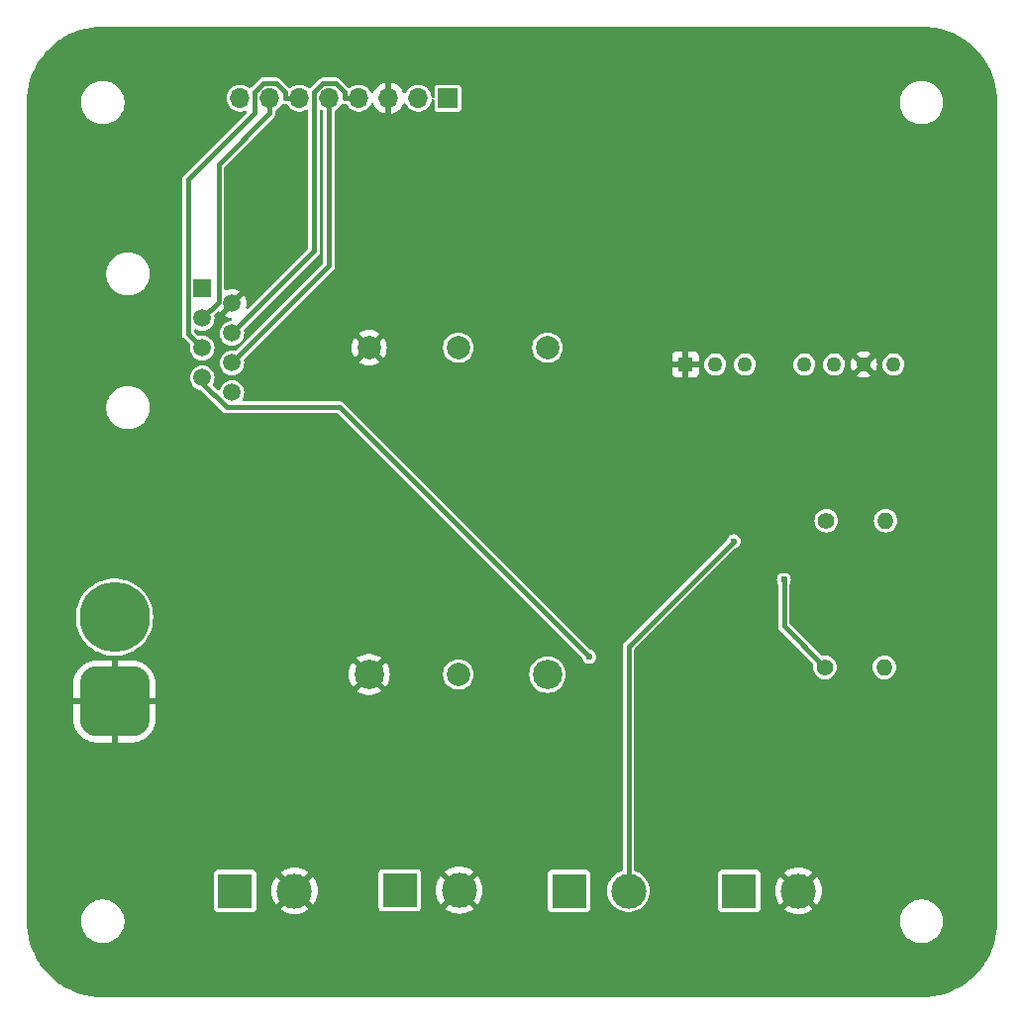
<source format=gbr>
%TF.GenerationSoftware,KiCad,Pcbnew,8.0.1*%
%TF.CreationDate,2024-07-22T19:22:35+02:00*%
%TF.ProjectId,Switch-_and_PowerDistribution-Board,53776974-6368-42d5-9f61-6e645f506f77,rev?*%
%TF.SameCoordinates,Original*%
%TF.FileFunction,Copper,L2,Bot*%
%TF.FilePolarity,Positive*%
%FSLAX46Y46*%
G04 Gerber Fmt 4.6, Leading zero omitted, Abs format (unit mm)*
G04 Created by KiCad (PCBNEW 8.0.1) date 2024-07-22 19:22:35*
%MOMM*%
%LPD*%
G01*
G04 APERTURE LIST*
G04 Aperture macros list*
%AMRoundRect*
0 Rectangle with rounded corners*
0 $1 Rounding radius*
0 $2 $3 $4 $5 $6 $7 $8 $9 X,Y pos of 4 corners*
0 Add a 4 corners polygon primitive as box body*
4,1,4,$2,$3,$4,$5,$6,$7,$8,$9,$2,$3,0*
0 Add four circle primitives for the rounded corners*
1,1,$1+$1,$2,$3*
1,1,$1+$1,$4,$5*
1,1,$1+$1,$6,$7*
1,1,$1+$1,$8,$9*
0 Add four rect primitives between the rounded corners*
20,1,$1+$1,$2,$3,$4,$5,0*
20,1,$1+$1,$4,$5,$6,$7,0*
20,1,$1+$1,$6,$7,$8,$9,0*
20,1,$1+$1,$8,$9,$2,$3,0*%
G04 Aperture macros list end*
%TA.AperFunction,ComponentPad*%
%ADD10R,1.270000X1.270000*%
%TD*%
%TA.AperFunction,ComponentPad*%
%ADD11C,1.270000*%
%TD*%
%TA.AperFunction,ComponentPad*%
%ADD12R,3.000000X3.000000*%
%TD*%
%TA.AperFunction,ComponentPad*%
%ADD13C,3.000000*%
%TD*%
%TA.AperFunction,ComponentPad*%
%ADD14C,1.400000*%
%TD*%
%TA.AperFunction,ComponentPad*%
%ADD15O,1.400000X1.400000*%
%TD*%
%TA.AperFunction,ComponentPad*%
%ADD16R,1.700000X1.700000*%
%TD*%
%TA.AperFunction,ComponentPad*%
%ADD17O,1.700000X1.700000*%
%TD*%
%TA.AperFunction,ComponentPad*%
%ADD18C,2.006600*%
%TD*%
%TA.AperFunction,ComponentPad*%
%ADD19C,2.514600*%
%TD*%
%TA.AperFunction,ComponentPad*%
%ADD20R,1.500000X1.500000*%
%TD*%
%TA.AperFunction,ComponentPad*%
%ADD21C,1.500000*%
%TD*%
%TA.AperFunction,ComponentPad*%
%ADD22RoundRect,1.500000X1.500000X-1.500000X1.500000X1.500000X-1.500000X1.500000X-1.500000X-1.500000X0*%
%TD*%
%TA.AperFunction,ComponentPad*%
%ADD23C,6.000000*%
%TD*%
%TA.AperFunction,ViaPad*%
%ADD24C,0.600000*%
%TD*%
%TA.AperFunction,Conductor*%
%ADD25C,0.400000*%
%TD*%
G04 APERTURE END LIST*
D10*
%TO.P,U2,1,-VIN*%
%TO.N,GND*%
X109820000Y-82400000D03*
D11*
%TO.P,U2,2,+VIN*%
%TO.N,+12V*%
X112360000Y-82400000D03*
%TO.P,U2,3,RC*%
%TO.N,unconnected-(U2-RC-Pad3)*%
X114900000Y-82400000D03*
%TO.P,U2,5,NC*%
%TO.N,unconnected-(U2-NC-Pad5)*%
X119980000Y-82400000D03*
%TO.P,U2,6,+VOUT*%
%TO.N,+5V*%
X122520000Y-82400000D03*
%TO.P,U2,7,-VOUT*%
%TO.N,GND*%
X125060000Y-82400000D03*
%TO.P,U2,8,NC*%
%TO.N,unconnected-(U2-NC-Pad8)*%
X127600000Y-82400000D03*
%TD*%
D12*
%TO.P,J2,1,Pin_1*%
%TO.N,Net-(J2-Pin_1)*%
X71320000Y-127400000D03*
D13*
%TO.P,J2,2,Pin_2*%
%TO.N,GND*%
X76400000Y-127400000D03*
%TD*%
D14*
%TO.P,R2,1*%
%TO.N,Hupe*%
X121851700Y-95759200D03*
D15*
%TO.P,R2,2*%
%TO.N,Net-(MOSFET2-Pad3)*%
X126931700Y-95759200D03*
%TD*%
D16*
%TO.P,J3,1,1*%
%TO.N,+5V*%
X89512500Y-59635800D03*
D17*
%TO.P,J3,2,2*%
%TO.N,unconnected-(J3-Pad2)*%
X86972500Y-59635800D03*
%TO.P,J3,3,3*%
%TO.N,GND*%
X84432500Y-59635800D03*
%TO.P,J3,4,4*%
%TO.N,Net-(J1-ADC1)*%
X81892500Y-59635800D03*
%TO.P,J3,5,Pin_4*%
%TO.N,Net-(J1-TX|SDA)*%
X79352500Y-59635800D03*
%TO.P,J3,6,Pin_3*%
%TO.N,Net-(J1-RX|SDA)*%
X76812500Y-59635800D03*
%TO.P,J3,7,Pin_2*%
%TO.N,Net-(J1-ADC2)*%
X74272500Y-59635800D03*
%TO.P,J3,8,Pin_1*%
%TO.N,unconnected-(J3-Pin_1-Pad8)*%
X71732500Y-59635800D03*
%TD*%
D18*
%TO.P,U1,1,+IN*%
%TO.N,Akku_V*%
X98020000Y-80963400D03*
%TO.P,U1,2,RC*%
%TO.N,unconnected-(U1-RC-Pad2)*%
X90400000Y-80963400D03*
%TO.P,U1,3,-IN*%
%TO.N,GND*%
X82780000Y-80963400D03*
D19*
%TO.P,U1,4,-OUT*%
X82780000Y-108903400D03*
D18*
%TO.P,U1,6,VADJ*%
%TO.N,unconnected-(U1-VADJ-Pad6)*%
X90400000Y-108903400D03*
D19*
%TO.P,U1,8,+OUT*%
%TO.N,+12V*%
X98020000Y-108903400D03*
%TD*%
D12*
%TO.P,J6,1,Pin_1*%
%TO.N,+12V*%
X114400000Y-127400000D03*
D13*
%TO.P,J6,2,Pin_2*%
%TO.N,GND*%
X119480000Y-127400000D03*
%TD*%
D20*
%TO.P,J1,1,+5V*%
%TO.N,+5V*%
X68500000Y-75917500D03*
D21*
%TO.P,J1,2,GND*%
%TO.N,GND*%
X71040000Y-77187500D03*
%TO.P,J1,3,ADC2*%
%TO.N,Net-(J1-ADC2)*%
X68500000Y-78457500D03*
%TO.P,J1,4,ADC1*%
%TO.N,Net-(J1-ADC1)*%
X71040000Y-79727500D03*
%TO.P,J1,5,RX|SDA*%
%TO.N,Net-(J1-RX|SDA)*%
X68500000Y-80997500D03*
%TO.P,J1,6,TX|SDA*%
%TO.N,Net-(J1-TX|SDA)*%
X71040000Y-82267500D03*
%TO.P,J1,7,Bremse*%
%TO.N,Bremse*%
X68500000Y-83537500D03*
%TO.P,J1,8,Hupe*%
%TO.N,Hupe*%
X71040000Y-84807500D03*
%TD*%
D22*
%TO.P,J7,1,Pin_1*%
%TO.N,GND*%
X61000000Y-111200000D03*
D23*
%TO.P,J7,2,Pin_2*%
%TO.N,Akku_V*%
X61000000Y-104000000D03*
%TD*%
D14*
%TO.P,R1,1*%
%TO.N,Net-(U3-SENSE+)*%
X121744200Y-108295000D03*
D15*
%TO.P,R1,2*%
%TO.N,Net-(J2-Pin_1)*%
X126824200Y-108295000D03*
%TD*%
D12*
%TO.P,J5,1,Pin_1*%
%TO.N,+12V*%
X85400000Y-127350000D03*
D13*
%TO.P,J5,2,Pin_2*%
%TO.N,GND*%
X90480000Y-127350000D03*
%TD*%
D12*
%TO.P,J4,1,Pin_1*%
%TO.N,+12V*%
X99860000Y-127400000D03*
D13*
%TO.P,J4,2,Pin_2*%
%TO.N,Net-(J4-Pin_2)*%
X104940000Y-127400000D03*
%TD*%
D24*
%TO.N,GND*%
X94600000Y-127000000D03*
X109000000Y-126600000D03*
%TO.N,Net-(U3-SENSE+)*%
X118228800Y-100806200D03*
%TO.N,Net-(J4-Pin_2)*%
X113940100Y-97515800D03*
%TO.N,Bremse*%
X101594500Y-107400000D03*
%TD*%
D25*
%TO.N,Net-(J1-ADC2)*%
X69888300Y-65271700D02*
X74272500Y-60887500D01*
X69888300Y-77069200D02*
X69888300Y-65271700D01*
X68500000Y-78457500D02*
X69888300Y-77069200D01*
X74272500Y-59635800D02*
X74272500Y-60887500D01*
%TO.N,Net-(J1-ADC1)*%
X80640800Y-59117100D02*
X80640800Y-59635800D01*
X79902100Y-58378400D02*
X80640800Y-59117100D01*
X78835600Y-58378400D02*
X79902100Y-58378400D01*
X78082500Y-59131500D02*
X78835600Y-58378400D01*
X78082500Y-72685000D02*
X78082500Y-59131500D01*
X71040000Y-79727500D02*
X78082500Y-72685000D01*
X81892500Y-59635800D02*
X80640800Y-59635800D01*
%TO.N,Net-(J1-RX|SDA)*%
X67283900Y-79781400D02*
X68500000Y-80997500D01*
X67283900Y-66604600D02*
X67283900Y-79781400D01*
X73002500Y-60886000D02*
X67283900Y-66604600D01*
X73002500Y-59088000D02*
X73002500Y-60886000D01*
X73712300Y-58378200D02*
X73002500Y-59088000D01*
X74850800Y-58378200D02*
X73712300Y-58378200D01*
X75560800Y-59088200D02*
X74850800Y-58378200D01*
X75560800Y-59635800D02*
X75560800Y-59088200D01*
X76812500Y-59635800D02*
X75560800Y-59635800D01*
%TO.N,Net-(J1-TX|SDA)*%
X79352500Y-73955000D02*
X79352500Y-59635800D01*
X71040000Y-82267500D02*
X79352500Y-73955000D01*
%TO.N,Net-(U3-SENSE+)*%
X118228800Y-104779600D02*
X118228800Y-100806200D01*
X121744200Y-108295000D02*
X118228800Y-104779600D01*
%TO.N,Net-(J4-Pin_2)*%
X104940000Y-106515900D02*
X104940000Y-127400000D01*
X113940100Y-97515800D02*
X104940000Y-106515900D01*
%TO.N,Bremse*%
X80236200Y-86041700D02*
X101594500Y-107400000D01*
X70572200Y-86041700D02*
X80236200Y-86041700D01*
X68500000Y-83969500D02*
X70572200Y-86041700D01*
X68500000Y-83537500D02*
X68500000Y-83969500D01*
%TD*%
%TA.AperFunction,Conductor*%
%TO.N,GND*%
G36*
X75428363Y-60118469D02*
G01*
X75494908Y-60136300D01*
X75699701Y-60136300D01*
X75766740Y-60155985D01*
X75810701Y-60205029D01*
X75830132Y-60244053D01*
X75919040Y-60361785D01*
X75958628Y-60414207D01*
X76116198Y-60557852D01*
X76297481Y-60670098D01*
X76496302Y-60747121D01*
X76705890Y-60786300D01*
X76705892Y-60786300D01*
X76919108Y-60786300D01*
X76919110Y-60786300D01*
X77128698Y-60747121D01*
X77327519Y-60670098D01*
X77392724Y-60629724D01*
X77460082Y-60611169D01*
X77526782Y-60631977D01*
X77571644Y-60685542D01*
X77582000Y-60735152D01*
X77582000Y-72426323D01*
X77562315Y-72493362D01*
X77545681Y-72514004D01*
X72464371Y-77595313D01*
X72403048Y-77628798D01*
X72333356Y-77623814D01*
X72277423Y-77581942D01*
X72253006Y-77516478D01*
X72256915Y-77475538D01*
X72275711Y-77405390D01*
X72275712Y-77405384D01*
X72294775Y-77187500D01*
X72294775Y-77187499D01*
X72275712Y-76969615D01*
X72275710Y-76969605D01*
X72219105Y-76758349D01*
X72219101Y-76758340D01*
X72126667Y-76560114D01*
X72126666Y-76560112D01*
X72083124Y-76497928D01*
X72083124Y-76497927D01*
X71420000Y-77161052D01*
X71420000Y-77137472D01*
X71394104Y-77040825D01*
X71344076Y-76954175D01*
X71273325Y-76883424D01*
X71186675Y-76833396D01*
X71090028Y-76807500D01*
X71066447Y-76807500D01*
X71729571Y-76144374D01*
X71667387Y-76100833D01*
X71469159Y-76008398D01*
X71469150Y-76008394D01*
X71257894Y-75951789D01*
X71257884Y-75951787D01*
X71040001Y-75932725D01*
X71039999Y-75932725D01*
X70822115Y-75951787D01*
X70822105Y-75951789D01*
X70610849Y-76008394D01*
X70610840Y-76008398D01*
X70565205Y-76029678D01*
X70496127Y-76040170D01*
X70432343Y-76011650D01*
X70394104Y-75953174D01*
X70388800Y-75917296D01*
X70388800Y-65530376D01*
X70408485Y-65463337D01*
X70425119Y-65442695D01*
X70659300Y-65208514D01*
X74673000Y-61194814D01*
X74738892Y-61080686D01*
X74773000Y-60953393D01*
X74773000Y-60821608D01*
X74773000Y-60748155D01*
X74792685Y-60681116D01*
X74831723Y-60642728D01*
X74852723Y-60629725D01*
X74968802Y-60557852D01*
X75126372Y-60414207D01*
X75254866Y-60244055D01*
X75285279Y-60182975D01*
X75332780Y-60131739D01*
X75400442Y-60114316D01*
X75428363Y-60118469D01*
G37*
%TD.AperFunction*%
%TA.AperFunction,Conductor*%
G36*
X130002324Y-53500587D02*
G01*
X130042259Y-53502081D01*
X130481082Y-53518500D01*
X130490306Y-53519192D01*
X130964101Y-53572575D01*
X130973247Y-53573954D01*
X131335901Y-53642572D01*
X131441708Y-53662592D01*
X131450749Y-53664655D01*
X131624139Y-53711114D01*
X131911287Y-53788056D01*
X131920133Y-53790784D01*
X132370158Y-53948255D01*
X132378778Y-53951637D01*
X132622667Y-54058045D01*
X132815784Y-54142302D01*
X132824138Y-54146326D01*
X133245640Y-54369096D01*
X133253671Y-54373732D01*
X133657371Y-54627393D01*
X133665033Y-54632617D01*
X134048641Y-54915732D01*
X134055883Y-54921508D01*
X134417275Y-55232511D01*
X134424072Y-55238818D01*
X134761181Y-55575927D01*
X134767488Y-55582724D01*
X135078491Y-55944116D01*
X135084273Y-55951366D01*
X135367382Y-56334966D01*
X135372606Y-56342628D01*
X135626267Y-56746328D01*
X135630903Y-56754359D01*
X135853673Y-57175861D01*
X135857697Y-57184215D01*
X136048359Y-57621215D01*
X136051747Y-57629848D01*
X136209212Y-58079859D01*
X136211945Y-58088719D01*
X136335344Y-58549250D01*
X136337407Y-58558291D01*
X136426043Y-59026741D01*
X136427425Y-59035910D01*
X136480806Y-59509681D01*
X136481499Y-59518928D01*
X136499413Y-59997674D01*
X136499500Y-60002311D01*
X136499500Y-129997688D01*
X136499413Y-130002325D01*
X136481499Y-130481071D01*
X136480806Y-130490318D01*
X136427425Y-130964089D01*
X136426043Y-130973258D01*
X136337407Y-131441708D01*
X136335344Y-131450749D01*
X136211945Y-131911280D01*
X136209212Y-131920140D01*
X136051747Y-132370151D01*
X136048359Y-132378784D01*
X135857697Y-132815784D01*
X135853673Y-132824138D01*
X135630903Y-133245640D01*
X135626267Y-133253671D01*
X135372606Y-133657371D01*
X135367382Y-133665033D01*
X135084273Y-134048633D01*
X135078491Y-134055883D01*
X134767488Y-134417275D01*
X134761181Y-134424072D01*
X134424072Y-134761181D01*
X134417275Y-134767488D01*
X134055883Y-135078491D01*
X134048633Y-135084273D01*
X133665033Y-135367382D01*
X133657371Y-135372606D01*
X133253671Y-135626267D01*
X133245640Y-135630903D01*
X132824138Y-135853673D01*
X132815784Y-135857697D01*
X132378784Y-136048359D01*
X132370151Y-136051747D01*
X131920140Y-136209212D01*
X131911280Y-136211945D01*
X131450749Y-136335344D01*
X131441708Y-136337407D01*
X130973258Y-136426043D01*
X130964089Y-136427425D01*
X130490318Y-136480806D01*
X130481071Y-136481499D01*
X130002325Y-136499413D01*
X129997688Y-136499500D01*
X60002312Y-136499500D01*
X59997675Y-136499413D01*
X59518928Y-136481499D01*
X59509681Y-136480806D01*
X59035910Y-136427425D01*
X59026741Y-136426043D01*
X58558291Y-136337407D01*
X58549250Y-136335344D01*
X58088719Y-136211945D01*
X58079859Y-136209212D01*
X57629848Y-136051747D01*
X57621215Y-136048359D01*
X57184215Y-135857697D01*
X57175861Y-135853673D01*
X56754359Y-135630903D01*
X56746328Y-135626267D01*
X56342628Y-135372606D01*
X56334966Y-135367382D01*
X55951366Y-135084273D01*
X55944116Y-135078491D01*
X55582724Y-134767488D01*
X55575927Y-134761181D01*
X55238818Y-134424072D01*
X55232511Y-134417275D01*
X54921508Y-134055883D01*
X54915726Y-134048633D01*
X54632617Y-133665033D01*
X54627393Y-133657371D01*
X54373732Y-133253671D01*
X54369096Y-133245640D01*
X54146326Y-132824138D01*
X54142302Y-132815784D01*
X53951640Y-132378784D01*
X53948252Y-132370151D01*
X53790787Y-131920140D01*
X53788054Y-131911280D01*
X53752043Y-131776887D01*
X53711114Y-131624139D01*
X53664655Y-131450749D01*
X53662592Y-131441708D01*
X53642572Y-131335901D01*
X53573954Y-130973247D01*
X53572574Y-130964089D01*
X53556363Y-130820214D01*
X53519192Y-130490306D01*
X53518500Y-130481070D01*
X53505038Y-130121288D01*
X58149500Y-130121288D01*
X58181161Y-130361785D01*
X58243947Y-130596104D01*
X58314934Y-130767480D01*
X58336776Y-130820212D01*
X58458064Y-131030289D01*
X58458066Y-131030292D01*
X58458067Y-131030293D01*
X58605733Y-131222736D01*
X58605739Y-131222743D01*
X58777256Y-131394260D01*
X58777263Y-131394266D01*
X58890321Y-131481018D01*
X58969711Y-131541936D01*
X59179788Y-131663224D01*
X59403900Y-131756054D01*
X59638211Y-131818838D01*
X59818586Y-131842584D01*
X59878711Y-131850500D01*
X59878712Y-131850500D01*
X60121289Y-131850500D01*
X60169388Y-131844167D01*
X60361789Y-131818838D01*
X60596100Y-131756054D01*
X60820212Y-131663224D01*
X61030289Y-131541936D01*
X61222738Y-131394265D01*
X61394265Y-131222738D01*
X61541936Y-131030289D01*
X61663224Y-130820212D01*
X61756054Y-130596100D01*
X61818838Y-130361789D01*
X61850500Y-130121288D01*
X128149500Y-130121288D01*
X128181161Y-130361785D01*
X128243947Y-130596104D01*
X128314934Y-130767480D01*
X128336776Y-130820212D01*
X128458064Y-131030289D01*
X128458066Y-131030292D01*
X128458067Y-131030293D01*
X128605733Y-131222736D01*
X128605739Y-131222743D01*
X128777256Y-131394260D01*
X128777263Y-131394266D01*
X128890321Y-131481018D01*
X128969711Y-131541936D01*
X129179788Y-131663224D01*
X129403900Y-131756054D01*
X129638211Y-131818838D01*
X129818586Y-131842584D01*
X129878711Y-131850500D01*
X129878712Y-131850500D01*
X130121289Y-131850500D01*
X130169388Y-131844167D01*
X130361789Y-131818838D01*
X130596100Y-131756054D01*
X130820212Y-131663224D01*
X131030289Y-131541936D01*
X131222738Y-131394265D01*
X131394265Y-131222738D01*
X131541936Y-131030289D01*
X131663224Y-130820212D01*
X131756054Y-130596100D01*
X131818838Y-130361789D01*
X131850500Y-130121288D01*
X131850500Y-129878712D01*
X131818838Y-129638211D01*
X131756054Y-129403900D01*
X131663224Y-129179788D01*
X131541936Y-128969711D01*
X131394265Y-128777262D01*
X131394260Y-128777256D01*
X131222743Y-128605739D01*
X131222736Y-128605733D01*
X131030293Y-128458067D01*
X131030292Y-128458066D01*
X131030289Y-128458064D01*
X130820212Y-128336776D01*
X130820205Y-128336773D01*
X130596104Y-128243947D01*
X130370126Y-128183396D01*
X130361789Y-128181162D01*
X130361788Y-128181161D01*
X130361785Y-128181161D01*
X130121289Y-128149500D01*
X130121288Y-128149500D01*
X129878712Y-128149500D01*
X129878711Y-128149500D01*
X129638214Y-128181161D01*
X129403895Y-128243947D01*
X129179794Y-128336773D01*
X129179785Y-128336777D01*
X128969706Y-128458067D01*
X128777263Y-128605733D01*
X128777256Y-128605739D01*
X128605739Y-128777256D01*
X128605733Y-128777263D01*
X128458067Y-128969706D01*
X128336777Y-129179785D01*
X128336773Y-129179794D01*
X128243947Y-129403895D01*
X128181161Y-129638214D01*
X128149500Y-129878711D01*
X128149500Y-130121288D01*
X61850500Y-130121288D01*
X61850500Y-129878712D01*
X61818838Y-129638211D01*
X61756054Y-129403900D01*
X61663224Y-129179788D01*
X61541936Y-128969711D01*
X61522864Y-128944856D01*
X69519500Y-128944856D01*
X69519502Y-128944882D01*
X69522413Y-128969987D01*
X69522415Y-128969991D01*
X69567793Y-129072764D01*
X69567794Y-129072765D01*
X69647235Y-129152206D01*
X69750009Y-129197585D01*
X69775135Y-129200500D01*
X72864864Y-129200499D01*
X72864879Y-129200497D01*
X72864882Y-129200497D01*
X72889987Y-129197586D01*
X72889988Y-129197585D01*
X72889991Y-129197585D01*
X72992765Y-129152206D01*
X73072206Y-129072765D01*
X73117585Y-128969991D01*
X73120500Y-128944865D01*
X73120500Y-127400001D01*
X74394891Y-127400001D01*
X74415300Y-127685362D01*
X74476109Y-127964895D01*
X74576091Y-128232958D01*
X74713191Y-128484038D01*
X74713196Y-128484046D01*
X74819882Y-128626561D01*
X74819883Y-128626562D01*
X75714767Y-127731677D01*
X75726497Y-127759995D01*
X75809670Y-127884472D01*
X75915528Y-127990330D01*
X76040005Y-128073503D01*
X76068320Y-128085231D01*
X75173436Y-128980115D01*
X75315960Y-129086807D01*
X75315961Y-129086808D01*
X75567042Y-129223908D01*
X75567041Y-129223908D01*
X75835104Y-129323890D01*
X76114637Y-129384699D01*
X76399999Y-129405109D01*
X76400001Y-129405109D01*
X76685362Y-129384699D01*
X76964895Y-129323890D01*
X77232958Y-129223908D01*
X77484047Y-129086803D01*
X77626561Y-128980116D01*
X77626562Y-128980115D01*
X77541303Y-128894856D01*
X83599500Y-128894856D01*
X83599502Y-128894882D01*
X83602413Y-128919987D01*
X83602415Y-128919991D01*
X83647793Y-129022764D01*
X83647794Y-129022765D01*
X83727235Y-129102206D01*
X83830009Y-129147585D01*
X83855135Y-129150500D01*
X86944864Y-129150499D01*
X86944879Y-129150497D01*
X86944882Y-129150497D01*
X86969987Y-129147586D01*
X86969988Y-129147585D01*
X86969991Y-129147585D01*
X87072765Y-129102206D01*
X87152206Y-129022765D01*
X87197585Y-128919991D01*
X87200500Y-128894865D01*
X87200500Y-127350001D01*
X88474891Y-127350001D01*
X88495300Y-127635362D01*
X88556109Y-127914895D01*
X88656091Y-128182958D01*
X88793191Y-128434038D01*
X88793196Y-128434046D01*
X88899882Y-128576561D01*
X88899883Y-128576562D01*
X89794767Y-127681677D01*
X89806497Y-127709995D01*
X89889670Y-127834472D01*
X89995528Y-127940330D01*
X90120005Y-128023503D01*
X90148320Y-128035231D01*
X89253436Y-128930115D01*
X89395960Y-129036807D01*
X89395961Y-129036808D01*
X89647042Y-129173908D01*
X89647041Y-129173908D01*
X89915104Y-129273890D01*
X90194637Y-129334699D01*
X90479999Y-129355109D01*
X90480001Y-129355109D01*
X90765362Y-129334699D01*
X91044895Y-129273890D01*
X91312958Y-129173908D01*
X91564047Y-129036803D01*
X91686871Y-128944856D01*
X98059500Y-128944856D01*
X98059502Y-128944882D01*
X98062413Y-128969987D01*
X98062415Y-128969991D01*
X98107793Y-129072764D01*
X98107794Y-129072765D01*
X98187235Y-129152206D01*
X98290009Y-129197585D01*
X98315135Y-129200500D01*
X101404864Y-129200499D01*
X101404879Y-129200497D01*
X101404882Y-129200497D01*
X101429987Y-129197586D01*
X101429988Y-129197585D01*
X101429991Y-129197585D01*
X101532765Y-129152206D01*
X101612206Y-129072765D01*
X101657585Y-128969991D01*
X101660500Y-128944865D01*
X101660500Y-127400004D01*
X103134451Y-127400004D01*
X103154616Y-127669101D01*
X103210717Y-127914895D01*
X103214666Y-127932195D01*
X103313257Y-128183398D01*
X103448185Y-128417102D01*
X103575350Y-128576561D01*
X103616442Y-128628089D01*
X103777207Y-128777256D01*
X103814259Y-128811635D01*
X104037226Y-128963651D01*
X104280359Y-129080738D01*
X104538228Y-129160280D01*
X104538229Y-129160280D01*
X104538232Y-129160281D01*
X104805063Y-129200499D01*
X104805068Y-129200499D01*
X104805071Y-129200500D01*
X104805072Y-129200500D01*
X105074928Y-129200500D01*
X105074929Y-129200500D01*
X105074949Y-129200497D01*
X105341767Y-129160281D01*
X105341768Y-129160280D01*
X105341772Y-129160280D01*
X105599641Y-129080738D01*
X105842775Y-128963651D01*
X105870342Y-128944856D01*
X112599500Y-128944856D01*
X112599502Y-128944882D01*
X112602413Y-128969987D01*
X112602415Y-128969991D01*
X112647793Y-129072764D01*
X112647794Y-129072765D01*
X112727235Y-129152206D01*
X112830009Y-129197585D01*
X112855135Y-129200500D01*
X115944864Y-129200499D01*
X115944879Y-129200497D01*
X115944882Y-129200497D01*
X115969987Y-129197586D01*
X115969988Y-129197585D01*
X115969991Y-129197585D01*
X116072765Y-129152206D01*
X116152206Y-129072765D01*
X116197585Y-128969991D01*
X116200500Y-128944865D01*
X116200500Y-127400001D01*
X117474891Y-127400001D01*
X117495300Y-127685362D01*
X117556109Y-127964895D01*
X117656091Y-128232958D01*
X117793191Y-128484038D01*
X117793196Y-128484046D01*
X117899882Y-128626561D01*
X117899883Y-128626562D01*
X118794767Y-127731677D01*
X118806497Y-127759995D01*
X118889670Y-127884472D01*
X118995528Y-127990330D01*
X119120005Y-128073503D01*
X119148320Y-128085231D01*
X118253436Y-128980115D01*
X118395960Y-129086807D01*
X118395961Y-129086808D01*
X118647042Y-129223908D01*
X118647041Y-129223908D01*
X118915104Y-129323890D01*
X119194637Y-129384699D01*
X119479999Y-129405109D01*
X119480001Y-129405109D01*
X119765362Y-129384699D01*
X120044895Y-129323890D01*
X120312958Y-129223908D01*
X120564047Y-129086803D01*
X120706561Y-128980116D01*
X120706562Y-128980115D01*
X119811679Y-128085231D01*
X119839995Y-128073503D01*
X119964472Y-127990330D01*
X120070330Y-127884472D01*
X120153503Y-127759995D01*
X120165231Y-127731678D01*
X121060115Y-128626562D01*
X121060116Y-128626561D01*
X121166803Y-128484047D01*
X121303908Y-128232958D01*
X121403890Y-127964895D01*
X121464699Y-127685362D01*
X121485109Y-127400001D01*
X121485109Y-127399998D01*
X121464699Y-127114637D01*
X121403890Y-126835104D01*
X121303908Y-126567041D01*
X121166808Y-126315961D01*
X121166807Y-126315960D01*
X121060115Y-126173436D01*
X120165231Y-127068320D01*
X120153503Y-127040005D01*
X120070330Y-126915528D01*
X119964472Y-126809670D01*
X119839995Y-126726497D01*
X119811678Y-126714767D01*
X120706562Y-125819883D01*
X120706561Y-125819882D01*
X120564046Y-125713196D01*
X120564038Y-125713191D01*
X120312957Y-125576091D01*
X120312958Y-125576091D01*
X120044895Y-125476109D01*
X119765362Y-125415300D01*
X119480001Y-125394891D01*
X119479999Y-125394891D01*
X119194637Y-125415300D01*
X118915104Y-125476109D01*
X118647041Y-125576091D01*
X118395961Y-125713191D01*
X118395953Y-125713196D01*
X118253437Y-125819882D01*
X118253436Y-125819883D01*
X119148321Y-126714767D01*
X119120005Y-126726497D01*
X118995528Y-126809670D01*
X118889670Y-126915528D01*
X118806497Y-127040005D01*
X118794768Y-127068321D01*
X117899883Y-126173436D01*
X117899882Y-126173437D01*
X117793196Y-126315953D01*
X117793191Y-126315961D01*
X117656091Y-126567041D01*
X117556109Y-126835104D01*
X117495300Y-127114637D01*
X117474891Y-127399998D01*
X117474891Y-127400001D01*
X116200500Y-127400001D01*
X116200499Y-125855136D01*
X116200497Y-125855117D01*
X116197586Y-125830012D01*
X116197585Y-125830010D01*
X116197585Y-125830009D01*
X116152206Y-125727235D01*
X116072765Y-125647794D01*
X116072763Y-125647793D01*
X115969992Y-125602415D01*
X115944865Y-125599500D01*
X112855143Y-125599500D01*
X112855117Y-125599502D01*
X112830012Y-125602413D01*
X112830008Y-125602415D01*
X112727235Y-125647793D01*
X112647794Y-125727234D01*
X112602415Y-125830006D01*
X112602415Y-125830008D01*
X112599500Y-125855131D01*
X112599500Y-128944856D01*
X105870342Y-128944856D01*
X106065741Y-128811635D01*
X106263561Y-128628085D01*
X106431815Y-128417102D01*
X106566743Y-128183398D01*
X106665334Y-127932195D01*
X106725383Y-127669103D01*
X106745549Y-127400000D01*
X106725383Y-127130897D01*
X106665334Y-126867805D01*
X106566743Y-126616602D01*
X106431815Y-126382898D01*
X106263561Y-126171915D01*
X106263560Y-126171914D01*
X106263557Y-126171910D01*
X106065741Y-125988365D01*
X105842775Y-125836349D01*
X105842769Y-125836346D01*
X105842768Y-125836345D01*
X105842767Y-125836344D01*
X105599646Y-125719264D01*
X105599643Y-125719263D01*
X105599641Y-125719262D01*
X105527948Y-125697147D01*
X105469691Y-125658577D01*
X105441533Y-125594632D01*
X105440500Y-125578657D01*
X105440500Y-106774575D01*
X105460185Y-106707536D01*
X105476814Y-106686899D01*
X111357511Y-100806201D01*
X117623118Y-100806201D01*
X117643755Y-100962960D01*
X117643757Y-100962965D01*
X117704261Y-101109036D01*
X117708326Y-101116076D01*
X117706583Y-101117082D01*
X117727869Y-101172132D01*
X117728300Y-101182457D01*
X117728300Y-104845491D01*
X117762408Y-104972787D01*
X117795354Y-105029850D01*
X117828300Y-105086914D01*
X117828302Y-105086916D01*
X120724926Y-107983540D01*
X120758411Y-108044863D01*
X120758865Y-108095401D01*
X120758176Y-108098865D01*
X120738859Y-108295000D01*
X120758175Y-108491129D01*
X120815388Y-108679733D01*
X120908286Y-108853532D01*
X120908290Y-108853539D01*
X121033316Y-109005883D01*
X121185660Y-109130909D01*
X121185667Y-109130913D01*
X121359466Y-109223811D01*
X121359469Y-109223811D01*
X121359473Y-109223814D01*
X121548068Y-109281024D01*
X121744200Y-109300341D01*
X121940332Y-109281024D01*
X122128927Y-109223814D01*
X122302738Y-109130910D01*
X122455083Y-109005883D01*
X122580110Y-108853538D01*
X122673014Y-108679727D01*
X122730224Y-108491132D01*
X122749541Y-108295000D01*
X125818859Y-108295000D01*
X125838175Y-108491129D01*
X125895388Y-108679733D01*
X125988286Y-108853532D01*
X125988290Y-108853539D01*
X126113316Y-109005883D01*
X126265660Y-109130909D01*
X126265667Y-109130913D01*
X126439466Y-109223811D01*
X126439469Y-109223811D01*
X126439473Y-109223814D01*
X126628068Y-109281024D01*
X126824200Y-109300341D01*
X127020332Y-109281024D01*
X127208927Y-109223814D01*
X127382738Y-109130910D01*
X127535083Y-109005883D01*
X127660110Y-108853538D01*
X127753014Y-108679727D01*
X127810224Y-108491132D01*
X127829541Y-108295000D01*
X127810224Y-108098868D01*
X127753014Y-107910273D01*
X127753011Y-107910269D01*
X127753011Y-107910266D01*
X127660113Y-107736467D01*
X127660109Y-107736460D01*
X127535083Y-107584116D01*
X127382739Y-107459090D01*
X127382732Y-107459086D01*
X127208933Y-107366188D01*
X127208927Y-107366186D01*
X127083197Y-107328046D01*
X127020329Y-107308975D01*
X126824200Y-107289659D01*
X126628070Y-107308975D01*
X126439466Y-107366188D01*
X126265667Y-107459086D01*
X126265660Y-107459090D01*
X126113316Y-107584116D01*
X125988290Y-107736460D01*
X125988286Y-107736467D01*
X125895388Y-107910266D01*
X125838175Y-108098870D01*
X125818859Y-108295000D01*
X122749541Y-108295000D01*
X122730224Y-108098868D01*
X122673014Y-107910273D01*
X122673011Y-107910269D01*
X122673011Y-107910266D01*
X122580113Y-107736467D01*
X122580109Y-107736460D01*
X122455083Y-107584116D01*
X122302739Y-107459090D01*
X122302732Y-107459086D01*
X122128933Y-107366188D01*
X122128927Y-107366186D01*
X122003197Y-107328046D01*
X121940329Y-107308975D01*
X121744200Y-107289659D01*
X121548065Y-107308976D01*
X121544601Y-107309665D01*
X121542752Y-107309499D01*
X121542006Y-107309573D01*
X121541992Y-107309431D01*
X121475010Y-107303430D01*
X121432740Y-107275726D01*
X118765619Y-104608605D01*
X118732134Y-104547282D01*
X118729300Y-104520924D01*
X118729300Y-101182457D01*
X118748985Y-101115418D01*
X118752724Y-101110100D01*
X118753332Y-101109045D01*
X118753336Y-101109041D01*
X118813844Y-100962962D01*
X118834482Y-100806200D01*
X118813844Y-100649438D01*
X118753336Y-100503359D01*
X118657082Y-100377918D01*
X118531641Y-100281664D01*
X118385562Y-100221156D01*
X118385560Y-100221155D01*
X118228801Y-100200518D01*
X118228799Y-100200518D01*
X118072039Y-100221155D01*
X118072037Y-100221156D01*
X117925960Y-100281663D01*
X117800518Y-100377918D01*
X117704263Y-100503360D01*
X117643756Y-100649437D01*
X117643755Y-100649439D01*
X117623118Y-100806198D01*
X117623118Y-100806201D01*
X111357511Y-100806201D01*
X114027952Y-98135760D01*
X114089273Y-98102277D01*
X114095680Y-98101160D01*
X114096854Y-98100844D01*
X114096862Y-98100844D01*
X114242941Y-98040336D01*
X114368382Y-97944082D01*
X114464636Y-97818641D01*
X114525144Y-97672562D01*
X114545782Y-97515800D01*
X114525144Y-97359038D01*
X114464636Y-97212959D01*
X114368382Y-97087518D01*
X114242941Y-96991264D01*
X114096862Y-96930756D01*
X114096860Y-96930755D01*
X113940101Y-96910118D01*
X113940099Y-96910118D01*
X113783339Y-96930755D01*
X113783337Y-96930756D01*
X113637260Y-96991263D01*
X113511818Y-97087518D01*
X113415563Y-97212960D01*
X113355054Y-97359041D01*
X113352952Y-97366889D01*
X113351011Y-97366369D01*
X113327119Y-97420359D01*
X113320138Y-97427946D01*
X104632686Y-106115400D01*
X104539502Y-106208583D01*
X104539500Y-106208586D01*
X104473608Y-106322712D01*
X104439500Y-106450008D01*
X104439500Y-125578657D01*
X104419815Y-125645696D01*
X104367011Y-125691451D01*
X104352050Y-125697148D01*
X104280360Y-125719261D01*
X104037230Y-125836346D01*
X103814258Y-125988365D01*
X103616442Y-126171910D01*
X103448185Y-126382898D01*
X103313258Y-126616599D01*
X103313256Y-126616603D01*
X103214666Y-126867804D01*
X103214664Y-126867811D01*
X103154616Y-127130898D01*
X103134451Y-127399995D01*
X103134451Y-127400004D01*
X101660500Y-127400004D01*
X101660499Y-125855136D01*
X101660497Y-125855117D01*
X101657586Y-125830012D01*
X101657585Y-125830010D01*
X101657585Y-125830009D01*
X101612206Y-125727235D01*
X101532765Y-125647794D01*
X101532763Y-125647793D01*
X101429992Y-125602415D01*
X101404865Y-125599500D01*
X98315143Y-125599500D01*
X98315117Y-125599502D01*
X98290012Y-125602413D01*
X98290008Y-125602415D01*
X98187235Y-125647793D01*
X98107794Y-125727234D01*
X98062415Y-125830006D01*
X98062415Y-125830008D01*
X98059500Y-125855131D01*
X98059500Y-128944856D01*
X91686871Y-128944856D01*
X91706561Y-128930116D01*
X91706562Y-128930115D01*
X90811679Y-128035231D01*
X90839995Y-128023503D01*
X90964472Y-127940330D01*
X91070330Y-127834472D01*
X91153503Y-127709995D01*
X91165231Y-127681678D01*
X92060115Y-128576562D01*
X92060116Y-128576561D01*
X92166803Y-128434047D01*
X92303908Y-128182958D01*
X92403890Y-127914895D01*
X92464699Y-127635362D01*
X92485109Y-127350001D01*
X92485109Y-127349998D01*
X92464699Y-127064637D01*
X92403890Y-126785104D01*
X92303908Y-126517041D01*
X92166808Y-126265961D01*
X92166807Y-126265960D01*
X92060115Y-126123436D01*
X91165231Y-127018320D01*
X91153503Y-126990005D01*
X91070330Y-126865528D01*
X90964472Y-126759670D01*
X90839995Y-126676497D01*
X90811678Y-126664767D01*
X91706562Y-125769883D01*
X91706561Y-125769882D01*
X91564046Y-125663196D01*
X91564038Y-125663191D01*
X91312957Y-125526091D01*
X91312958Y-125526091D01*
X91044895Y-125426109D01*
X90765362Y-125365300D01*
X90480001Y-125344891D01*
X90479999Y-125344891D01*
X90194637Y-125365300D01*
X89915104Y-125426109D01*
X89647041Y-125526091D01*
X89395961Y-125663191D01*
X89395953Y-125663196D01*
X89253437Y-125769882D01*
X89253436Y-125769883D01*
X90148321Y-126664767D01*
X90120005Y-126676497D01*
X89995528Y-126759670D01*
X89889670Y-126865528D01*
X89806497Y-126990005D01*
X89794768Y-127018321D01*
X88899883Y-126123436D01*
X88899882Y-126123437D01*
X88793196Y-126265953D01*
X88793191Y-126265961D01*
X88656091Y-126517041D01*
X88556109Y-126785104D01*
X88495300Y-127064637D01*
X88474891Y-127349998D01*
X88474891Y-127350001D01*
X87200500Y-127350001D01*
X87200499Y-125805136D01*
X87200497Y-125805117D01*
X87197586Y-125780012D01*
X87197585Y-125780010D01*
X87197585Y-125780009D01*
X87152206Y-125677235D01*
X87072765Y-125597794D01*
X87029424Y-125578657D01*
X86969992Y-125552415D01*
X86944865Y-125549500D01*
X83855143Y-125549500D01*
X83855117Y-125549502D01*
X83830012Y-125552413D01*
X83830008Y-125552415D01*
X83727235Y-125597793D01*
X83647794Y-125677234D01*
X83602415Y-125780006D01*
X83602415Y-125780008D01*
X83599500Y-125805131D01*
X83599500Y-128894856D01*
X77541303Y-128894856D01*
X76731679Y-128085231D01*
X76759995Y-128073503D01*
X76884472Y-127990330D01*
X76990330Y-127884472D01*
X77073503Y-127759995D01*
X77085231Y-127731678D01*
X77980115Y-128626562D01*
X77980116Y-128626561D01*
X78086803Y-128484047D01*
X78223908Y-128232958D01*
X78323890Y-127964895D01*
X78384699Y-127685362D01*
X78405109Y-127400001D01*
X78405109Y-127399998D01*
X78384699Y-127114637D01*
X78323890Y-126835104D01*
X78223908Y-126567041D01*
X78086808Y-126315961D01*
X78086807Y-126315960D01*
X77980115Y-126173436D01*
X77085231Y-127068320D01*
X77073503Y-127040005D01*
X76990330Y-126915528D01*
X76884472Y-126809670D01*
X76759995Y-126726497D01*
X76731678Y-126714767D01*
X77626562Y-125819883D01*
X77626561Y-125819882D01*
X77484046Y-125713196D01*
X77484038Y-125713191D01*
X77232957Y-125576091D01*
X77232958Y-125576091D01*
X76964895Y-125476109D01*
X76685362Y-125415300D01*
X76400001Y-125394891D01*
X76399999Y-125394891D01*
X76114637Y-125415300D01*
X75835104Y-125476109D01*
X75567041Y-125576091D01*
X75315961Y-125713191D01*
X75315953Y-125713196D01*
X75173437Y-125819882D01*
X75173436Y-125819883D01*
X76068321Y-126714767D01*
X76040005Y-126726497D01*
X75915528Y-126809670D01*
X75809670Y-126915528D01*
X75726497Y-127040005D01*
X75714768Y-127068321D01*
X74819883Y-126173436D01*
X74819882Y-126173437D01*
X74713196Y-126315953D01*
X74713191Y-126315961D01*
X74576091Y-126567041D01*
X74476109Y-126835104D01*
X74415300Y-127114637D01*
X74394891Y-127399998D01*
X74394891Y-127400001D01*
X73120500Y-127400001D01*
X73120499Y-125855136D01*
X73120497Y-125855117D01*
X73117586Y-125830012D01*
X73117585Y-125830010D01*
X73117585Y-125830009D01*
X73072206Y-125727235D01*
X72992765Y-125647794D01*
X72992763Y-125647793D01*
X72889992Y-125602415D01*
X72864865Y-125599500D01*
X69775143Y-125599500D01*
X69775117Y-125599502D01*
X69750012Y-125602413D01*
X69750008Y-125602415D01*
X69647235Y-125647793D01*
X69567794Y-125727234D01*
X69522415Y-125830006D01*
X69522415Y-125830008D01*
X69519500Y-125855131D01*
X69519500Y-128944856D01*
X61522864Y-128944856D01*
X61394265Y-128777262D01*
X61394260Y-128777256D01*
X61222743Y-128605739D01*
X61222736Y-128605733D01*
X61030293Y-128458067D01*
X61030292Y-128458066D01*
X61030289Y-128458064D01*
X60820212Y-128336776D01*
X60820205Y-128336773D01*
X60596104Y-128243947D01*
X60370126Y-128183396D01*
X60361789Y-128181162D01*
X60361788Y-128181161D01*
X60361785Y-128181161D01*
X60121289Y-128149500D01*
X60121288Y-128149500D01*
X59878712Y-128149500D01*
X59878711Y-128149500D01*
X59638214Y-128181161D01*
X59403895Y-128243947D01*
X59179794Y-128336773D01*
X59179785Y-128336777D01*
X58969706Y-128458067D01*
X58777263Y-128605733D01*
X58777256Y-128605739D01*
X58605739Y-128777256D01*
X58605733Y-128777263D01*
X58458067Y-128969706D01*
X58336777Y-129179785D01*
X58336773Y-129179794D01*
X58243947Y-129403895D01*
X58181161Y-129638214D01*
X58149500Y-129878711D01*
X58149500Y-130121288D01*
X53505038Y-130121288D01*
X53500587Y-130002324D01*
X53500500Y-129997688D01*
X53500500Y-112771436D01*
X57500000Y-112771436D01*
X57515300Y-112985362D01*
X57576109Y-113264895D01*
X57676091Y-113532958D01*
X57813191Y-113784038D01*
X57813192Y-113784039D01*
X57984639Y-114013065D01*
X57984649Y-114013077D01*
X58186922Y-114215350D01*
X58186934Y-114215360D01*
X58415960Y-114386807D01*
X58415961Y-114386808D01*
X58667042Y-114523908D01*
X58667041Y-114523908D01*
X58935104Y-114623890D01*
X59214637Y-114684699D01*
X59428563Y-114699999D01*
X59428566Y-114700000D01*
X60750000Y-114700000D01*
X60750000Y-113436502D01*
X60852527Y-113450000D01*
X61147473Y-113450000D01*
X61250000Y-113436502D01*
X61250000Y-114700000D01*
X62571434Y-114700000D01*
X62571436Y-114699999D01*
X62785362Y-114684699D01*
X63064895Y-114623890D01*
X63332958Y-114523908D01*
X63584038Y-114386808D01*
X63584039Y-114386807D01*
X63813065Y-114215360D01*
X63813077Y-114215350D01*
X64015350Y-114013077D01*
X64015360Y-114013065D01*
X64186807Y-113784039D01*
X64186808Y-113784038D01*
X64323908Y-113532958D01*
X64423890Y-113264895D01*
X64484699Y-112985362D01*
X64499999Y-112771436D01*
X64500000Y-112771434D01*
X64500000Y-111450000D01*
X63236502Y-111450000D01*
X63250000Y-111347473D01*
X63250000Y-111052527D01*
X63236502Y-110950000D01*
X64500000Y-110950000D01*
X64500000Y-109628566D01*
X64499999Y-109628563D01*
X64484699Y-109414637D01*
X64423890Y-109135104D01*
X64337470Y-108903403D01*
X81017772Y-108903403D01*
X81037454Y-109166045D01*
X81037454Y-109166046D01*
X81096062Y-109422828D01*
X81192287Y-109668002D01*
X81192286Y-109668002D01*
X81323978Y-109896097D01*
X81372679Y-109957166D01*
X81915046Y-109414799D01*
X82000686Y-109542967D01*
X82140433Y-109682714D01*
X82268599Y-109768352D01*
X81725577Y-110311373D01*
X81898890Y-110429536D01*
X82136185Y-110543811D01*
X82387865Y-110621444D01*
X82387871Y-110621446D01*
X82648301Y-110660699D01*
X82648310Y-110660700D01*
X82911690Y-110660700D01*
X82911698Y-110660699D01*
X83172128Y-110621446D01*
X83172134Y-110621444D01*
X83423814Y-110543811D01*
X83661117Y-110429532D01*
X83834421Y-110311373D01*
X83291399Y-109768352D01*
X83419567Y-109682714D01*
X83559314Y-109542967D01*
X83644952Y-109414799D01*
X84187320Y-109957167D01*
X84236020Y-109896097D01*
X84367712Y-109668002D01*
X84463937Y-109422828D01*
X84522545Y-109166046D01*
X84522545Y-109166045D01*
X84542228Y-108903403D01*
X84542228Y-108903401D01*
X89091220Y-108903401D01*
X89111102Y-109130661D01*
X89111104Y-109130672D01*
X89170146Y-109351021D01*
X89170148Y-109351025D01*
X89170149Y-109351029D01*
X89241821Y-109504731D01*
X89266562Y-109557788D01*
X89266563Y-109557790D01*
X89397417Y-109744670D01*
X89558729Y-109905982D01*
X89605688Y-109938863D01*
X89745610Y-110036837D01*
X89952371Y-110133251D01*
X90172733Y-110192297D01*
X90335066Y-110206499D01*
X90399998Y-110212180D01*
X90400000Y-110212180D01*
X90400002Y-110212180D01*
X90456816Y-110207209D01*
X90627267Y-110192297D01*
X90847629Y-110133251D01*
X91054390Y-110036837D01*
X91241268Y-109905984D01*
X91402584Y-109744668D01*
X91533437Y-109557790D01*
X91629851Y-109351029D01*
X91688897Y-109130667D01*
X91708780Y-108903400D01*
X96457383Y-108903400D01*
X96476620Y-109147841D01*
X96476620Y-109147844D01*
X96476621Y-109147847D01*
X96508594Y-109281024D01*
X96533864Y-109386279D01*
X96627695Y-109612809D01*
X96627697Y-109612812D01*
X96755812Y-109821878D01*
X96755813Y-109821880D01*
X96755816Y-109821883D01*
X96915063Y-110008337D01*
X97059397Y-110131610D01*
X97101519Y-110167586D01*
X97101521Y-110167587D01*
X97310587Y-110295702D01*
X97310590Y-110295704D01*
X97537120Y-110389535D01*
X97537125Y-110389537D01*
X97775553Y-110446779D01*
X98020000Y-110466017D01*
X98264447Y-110446779D01*
X98502875Y-110389537D01*
X98691580Y-110311373D01*
X98729409Y-110295704D01*
X98729410Y-110295703D01*
X98729413Y-110295702D01*
X98938483Y-110167584D01*
X99124937Y-110008337D01*
X99284184Y-109821883D01*
X99412302Y-109612813D01*
X99506137Y-109386275D01*
X99563379Y-109147847D01*
X99582617Y-108903400D01*
X99563379Y-108658953D01*
X99506137Y-108420525D01*
X99454143Y-108295000D01*
X99412304Y-108193990D01*
X99412302Y-108193987D01*
X99284187Y-107984921D01*
X99284186Y-107984919D01*
X99220426Y-107910266D01*
X99124937Y-107798463D01*
X98978678Y-107673546D01*
X98938480Y-107639213D01*
X98938478Y-107639212D01*
X98729412Y-107511097D01*
X98729409Y-107511095D01*
X98502879Y-107417264D01*
X98430974Y-107400001D01*
X98264447Y-107360021D01*
X98264444Y-107360020D01*
X98264441Y-107360020D01*
X98020000Y-107340783D01*
X97775558Y-107360020D01*
X97775554Y-107360020D01*
X97775553Y-107360021D01*
X97703723Y-107377266D01*
X97537120Y-107417264D01*
X97310590Y-107511095D01*
X97310587Y-107511097D01*
X97101521Y-107639212D01*
X97101519Y-107639213D01*
X96915063Y-107798463D01*
X96755813Y-107984919D01*
X96755812Y-107984921D01*
X96627697Y-108193987D01*
X96627695Y-108193990D01*
X96533864Y-108420520D01*
X96525401Y-108455771D01*
X96480991Y-108640753D01*
X96476620Y-108658958D01*
X96457383Y-108903400D01*
X91708780Y-108903400D01*
X91688897Y-108676133D01*
X91629851Y-108455771D01*
X91533437Y-108249010D01*
X91402584Y-108062132D01*
X91402582Y-108062129D01*
X91241270Y-107900817D01*
X91054390Y-107769963D01*
X91054388Y-107769962D01*
X90982557Y-107736467D01*
X90847629Y-107673549D01*
X90847625Y-107673548D01*
X90847621Y-107673546D01*
X90627272Y-107614504D01*
X90627268Y-107614503D01*
X90627267Y-107614503D01*
X90627266Y-107614502D01*
X90627261Y-107614502D01*
X90400002Y-107594620D01*
X90399998Y-107594620D01*
X90172738Y-107614502D01*
X90172727Y-107614504D01*
X89952378Y-107673546D01*
X89952369Y-107673550D01*
X89745611Y-107769962D01*
X89745609Y-107769963D01*
X89558729Y-107900817D01*
X89397417Y-108062129D01*
X89266563Y-108249009D01*
X89266562Y-108249011D01*
X89170150Y-108455769D01*
X89170146Y-108455778D01*
X89111104Y-108676127D01*
X89111102Y-108676138D01*
X89091220Y-108903398D01*
X89091220Y-108903401D01*
X84542228Y-108903401D01*
X84542228Y-108903396D01*
X84522545Y-108640754D01*
X84522545Y-108640753D01*
X84463937Y-108383971D01*
X84367712Y-108138797D01*
X84367713Y-108138797D01*
X84236021Y-107910702D01*
X84187320Y-107849631D01*
X83644952Y-108391999D01*
X83559314Y-108263833D01*
X83419567Y-108124086D01*
X83291399Y-108038447D01*
X83834421Y-107495425D01*
X83661109Y-107377263D01*
X83423814Y-107262988D01*
X83172134Y-107185355D01*
X83172128Y-107185353D01*
X82911698Y-107146100D01*
X82648301Y-107146100D01*
X82387871Y-107185353D01*
X82387865Y-107185355D01*
X82136185Y-107262988D01*
X81898889Y-107377264D01*
X81898885Y-107377266D01*
X81725577Y-107495425D01*
X82268600Y-108038447D01*
X82140433Y-108124086D01*
X82000686Y-108263833D01*
X81915047Y-108392000D01*
X81372679Y-107849632D01*
X81372678Y-107849632D01*
X81323981Y-107910698D01*
X81192287Y-108138797D01*
X81096062Y-108383971D01*
X81037454Y-108640753D01*
X81037454Y-108640754D01*
X81017772Y-108903396D01*
X81017772Y-108903403D01*
X64337470Y-108903403D01*
X64323908Y-108867041D01*
X64186808Y-108615961D01*
X64186807Y-108615960D01*
X64015360Y-108386934D01*
X64015350Y-108386922D01*
X63813077Y-108184649D01*
X63813065Y-108184639D01*
X63584039Y-108013192D01*
X63584038Y-108013191D01*
X63332957Y-107876091D01*
X63332958Y-107876091D01*
X63064895Y-107776109D01*
X62785362Y-107715300D01*
X62571436Y-107700000D01*
X61250000Y-107700000D01*
X61250000Y-108963497D01*
X61147473Y-108950000D01*
X60852527Y-108950000D01*
X60750000Y-108963497D01*
X60750000Y-107700000D01*
X59428563Y-107700000D01*
X59214637Y-107715300D01*
X58935104Y-107776109D01*
X58667041Y-107876091D01*
X58415961Y-108013191D01*
X58415960Y-108013192D01*
X58186934Y-108184639D01*
X58186922Y-108184649D01*
X57984649Y-108386922D01*
X57984639Y-108386934D01*
X57813192Y-108615960D01*
X57813191Y-108615961D01*
X57676091Y-108867041D01*
X57576109Y-109135104D01*
X57515300Y-109414637D01*
X57500000Y-109628563D01*
X57500000Y-110950000D01*
X58763498Y-110950000D01*
X58750000Y-111052527D01*
X58750000Y-111347473D01*
X58763498Y-111450000D01*
X57500000Y-111450000D01*
X57500000Y-112771436D01*
X53500500Y-112771436D01*
X53500500Y-104000002D01*
X57694652Y-104000002D01*
X57714028Y-104357368D01*
X57714029Y-104357385D01*
X57771926Y-104710539D01*
X57771932Y-104710565D01*
X57867672Y-105055392D01*
X57867674Y-105055399D01*
X58000142Y-105387870D01*
X58000151Y-105387888D01*
X58167784Y-105704077D01*
X58167790Y-105704086D01*
X58368634Y-106000309D01*
X58368641Y-106000319D01*
X58545545Y-106208586D01*
X58600332Y-106273086D01*
X58860163Y-106519211D01*
X59145081Y-106735800D01*
X59451747Y-106920315D01*
X59451749Y-106920316D01*
X59451751Y-106920317D01*
X59451755Y-106920319D01*
X59562853Y-106971718D01*
X59776565Y-107070591D01*
X60115726Y-107184868D01*
X60465254Y-107261805D01*
X60821052Y-107300500D01*
X60821058Y-107300500D01*
X61178942Y-107300500D01*
X61178948Y-107300500D01*
X61534746Y-107261805D01*
X61884274Y-107184868D01*
X62223435Y-107070591D01*
X62548253Y-106920315D01*
X62854919Y-106735800D01*
X63139837Y-106519211D01*
X63399668Y-106273086D01*
X63631365Y-106000311D01*
X63832211Y-105704085D01*
X63999853Y-105387880D01*
X64132324Y-105055403D01*
X64228071Y-104710552D01*
X64285972Y-104357371D01*
X64305348Y-104000000D01*
X64285972Y-103642629D01*
X64228071Y-103289448D01*
X64132324Y-102944597D01*
X63999853Y-102612120D01*
X63832211Y-102295915D01*
X63631365Y-101999689D01*
X63631361Y-101999684D01*
X63631358Y-101999680D01*
X63399668Y-101726914D01*
X63139837Y-101480789D01*
X63139830Y-101480783D01*
X63139827Y-101480781D01*
X63072245Y-101429407D01*
X62854919Y-101264200D01*
X62548253Y-101079685D01*
X62548252Y-101079684D01*
X62548248Y-101079682D01*
X62548244Y-101079680D01*
X62223447Y-100929414D01*
X62223441Y-100929411D01*
X62223435Y-100929409D01*
X62053854Y-100872270D01*
X61884273Y-100815131D01*
X61534744Y-100738194D01*
X61178949Y-100699500D01*
X61178948Y-100699500D01*
X60821052Y-100699500D01*
X60821050Y-100699500D01*
X60465255Y-100738194D01*
X60115726Y-100815131D01*
X59859970Y-100901306D01*
X59776565Y-100929409D01*
X59776563Y-100929410D01*
X59776552Y-100929414D01*
X59451755Y-101079680D01*
X59451751Y-101079682D01*
X59350896Y-101140365D01*
X59145081Y-101264200D01*
X59056768Y-101331333D01*
X58860172Y-101480781D01*
X58860163Y-101480789D01*
X58600331Y-101726914D01*
X58368641Y-101999680D01*
X58368634Y-101999690D01*
X58167790Y-102295913D01*
X58167784Y-102295922D01*
X58000151Y-102612111D01*
X58000142Y-102612129D01*
X57867674Y-102944600D01*
X57867672Y-102944607D01*
X57771932Y-103289434D01*
X57771926Y-103289460D01*
X57714029Y-103642614D01*
X57714028Y-103642631D01*
X57694652Y-103999997D01*
X57694652Y-104000002D01*
X53500500Y-104000002D01*
X53500500Y-86198788D01*
X60299500Y-86198788D01*
X60331161Y-86439285D01*
X60393947Y-86673604D01*
X60486773Y-86897705D01*
X60486776Y-86897712D01*
X60608064Y-87107789D01*
X60608066Y-87107792D01*
X60608067Y-87107793D01*
X60755733Y-87300236D01*
X60755739Y-87300243D01*
X60927256Y-87471760D01*
X60927262Y-87471765D01*
X61119711Y-87619436D01*
X61329788Y-87740724D01*
X61553900Y-87833554D01*
X61788211Y-87896338D01*
X61968586Y-87920084D01*
X62028711Y-87928000D01*
X62028712Y-87928000D01*
X62271289Y-87928000D01*
X62319388Y-87921667D01*
X62511789Y-87896338D01*
X62746100Y-87833554D01*
X62970212Y-87740724D01*
X63180289Y-87619436D01*
X63372738Y-87471765D01*
X63544265Y-87300238D01*
X63691936Y-87107789D01*
X63813224Y-86897712D01*
X63906054Y-86673600D01*
X63968838Y-86439289D01*
X64000500Y-86198788D01*
X64000500Y-85956212D01*
X63968838Y-85715711D01*
X63906054Y-85481400D01*
X63813224Y-85257288D01*
X63691936Y-85047211D01*
X63544265Y-84854762D01*
X63544260Y-84854756D01*
X63372743Y-84683239D01*
X63372736Y-84683233D01*
X63180293Y-84535567D01*
X63180292Y-84535566D01*
X63180289Y-84535564D01*
X63008661Y-84436474D01*
X62970214Y-84414277D01*
X62970205Y-84414273D01*
X62746104Y-84321447D01*
X62511785Y-84258661D01*
X62271289Y-84227000D01*
X62271288Y-84227000D01*
X62028712Y-84227000D01*
X62028711Y-84227000D01*
X61788214Y-84258661D01*
X61553895Y-84321447D01*
X61329794Y-84414273D01*
X61329785Y-84414277D01*
X61119706Y-84535567D01*
X60927263Y-84683233D01*
X60927256Y-84683239D01*
X60755739Y-84854756D01*
X60755733Y-84854763D01*
X60608067Y-85047206D01*
X60486777Y-85257285D01*
X60486773Y-85257294D01*
X60393947Y-85481395D01*
X60331161Y-85715714D01*
X60299500Y-85956211D01*
X60299500Y-86198788D01*
X53500500Y-86198788D01*
X53500500Y-83537500D01*
X67444417Y-83537500D01*
X67464699Y-83743432D01*
X67473426Y-83772200D01*
X67524768Y-83941454D01*
X67622315Y-84123950D01*
X67656969Y-84166177D01*
X67753589Y-84283910D01*
X67799329Y-84321447D01*
X67913550Y-84415185D01*
X68096046Y-84512732D01*
X68294066Y-84572800D01*
X68362411Y-84579531D01*
X68427199Y-84605691D01*
X68437939Y-84615253D01*
X70171700Y-86349014D01*
X70264886Y-86442200D01*
X70379014Y-86508092D01*
X70506307Y-86542200D01*
X70506308Y-86542200D01*
X79977524Y-86542200D01*
X80044563Y-86561885D01*
X80065205Y-86578519D01*
X100974538Y-107487852D01*
X101008023Y-107549175D01*
X101009141Y-107555588D01*
X101009454Y-107556758D01*
X101057831Y-107673549D01*
X101069964Y-107702841D01*
X101166218Y-107828282D01*
X101291659Y-107924536D01*
X101437738Y-107985044D01*
X101516119Y-107995363D01*
X101594499Y-108005682D01*
X101594500Y-108005682D01*
X101594501Y-108005682D01*
X101646754Y-107998802D01*
X101751262Y-107985044D01*
X101897341Y-107924536D01*
X102022782Y-107828282D01*
X102119036Y-107702841D01*
X102179544Y-107556762D01*
X102200182Y-107400000D01*
X102195730Y-107366186D01*
X102179544Y-107243239D01*
X102179544Y-107243238D01*
X102119036Y-107097159D01*
X102022782Y-106971718D01*
X101897341Y-106875464D01*
X101897339Y-106875463D01*
X101751258Y-106814954D01*
X101743411Y-106812852D01*
X101743930Y-106810911D01*
X101689943Y-106787023D01*
X101682352Y-106780038D01*
X90661514Y-95759200D01*
X120846359Y-95759200D01*
X120865675Y-95955329D01*
X120922888Y-96143933D01*
X121015786Y-96317732D01*
X121015790Y-96317739D01*
X121140816Y-96470083D01*
X121293160Y-96595109D01*
X121293167Y-96595113D01*
X121466966Y-96688011D01*
X121466969Y-96688011D01*
X121466973Y-96688014D01*
X121655568Y-96745224D01*
X121851700Y-96764541D01*
X122047832Y-96745224D01*
X122236427Y-96688014D01*
X122410238Y-96595110D01*
X122562583Y-96470083D01*
X122687610Y-96317738D01*
X122780514Y-96143927D01*
X122837724Y-95955332D01*
X122857041Y-95759200D01*
X125926359Y-95759200D01*
X125945675Y-95955329D01*
X126002888Y-96143933D01*
X126095786Y-96317732D01*
X126095790Y-96317739D01*
X126220816Y-96470083D01*
X126373160Y-96595109D01*
X126373167Y-96595113D01*
X126546966Y-96688011D01*
X126546969Y-96688011D01*
X126546973Y-96688014D01*
X126735568Y-96745224D01*
X126931700Y-96764541D01*
X127127832Y-96745224D01*
X127316427Y-96688014D01*
X127490238Y-96595110D01*
X127642583Y-96470083D01*
X127767610Y-96317738D01*
X127860514Y-96143927D01*
X127917724Y-95955332D01*
X127937041Y-95759200D01*
X127917724Y-95563068D01*
X127860514Y-95374473D01*
X127860511Y-95374469D01*
X127860511Y-95374466D01*
X127767613Y-95200667D01*
X127767609Y-95200660D01*
X127642583Y-95048316D01*
X127490239Y-94923290D01*
X127490232Y-94923286D01*
X127316433Y-94830388D01*
X127316427Y-94830386D01*
X127127832Y-94773176D01*
X127127829Y-94773175D01*
X126931700Y-94753859D01*
X126735570Y-94773175D01*
X126546966Y-94830388D01*
X126373167Y-94923286D01*
X126373160Y-94923290D01*
X126220816Y-95048316D01*
X126095790Y-95200660D01*
X126095786Y-95200667D01*
X126002888Y-95374466D01*
X125945675Y-95563070D01*
X125926359Y-95759200D01*
X122857041Y-95759200D01*
X122837724Y-95563068D01*
X122780514Y-95374473D01*
X122780511Y-95374469D01*
X122780511Y-95374466D01*
X122687613Y-95200667D01*
X122687609Y-95200660D01*
X122562583Y-95048316D01*
X122410239Y-94923290D01*
X122410232Y-94923286D01*
X122236433Y-94830388D01*
X122236427Y-94830386D01*
X122047832Y-94773176D01*
X122047829Y-94773175D01*
X121851700Y-94753859D01*
X121655570Y-94773175D01*
X121466966Y-94830388D01*
X121293167Y-94923286D01*
X121293160Y-94923290D01*
X121140816Y-95048316D01*
X121015790Y-95200660D01*
X121015786Y-95200667D01*
X120922888Y-95374466D01*
X120865675Y-95563070D01*
X120846359Y-95759200D01*
X90661514Y-95759200D01*
X80543516Y-85641202D01*
X80543514Y-85641200D01*
X80486450Y-85608254D01*
X80429387Y-85575308D01*
X80365739Y-85558254D01*
X80302092Y-85541200D01*
X80302091Y-85541200D01*
X72045860Y-85541200D01*
X71978821Y-85521515D01*
X71933066Y-85468711D01*
X71923122Y-85399553D01*
X71936502Y-85358746D01*
X72015232Y-85211454D01*
X72075300Y-85013434D01*
X72095583Y-84807500D01*
X72075300Y-84601566D01*
X72015232Y-84403546D01*
X71917685Y-84221050D01*
X71792092Y-84068013D01*
X71786410Y-84061089D01*
X71668677Y-83964469D01*
X71626450Y-83929815D01*
X71443954Y-83832268D01*
X71245934Y-83772200D01*
X71245932Y-83772199D01*
X71245934Y-83772199D01*
X71040000Y-83751917D01*
X70834067Y-83772199D01*
X70636043Y-83832269D01*
X70525898Y-83891143D01*
X70453550Y-83929815D01*
X70453548Y-83929816D01*
X70453547Y-83929817D01*
X70293589Y-84061089D01*
X70162317Y-84221047D01*
X70064767Y-84403546D01*
X70026392Y-84530052D01*
X69988095Y-84588490D01*
X69924282Y-84616947D01*
X69855215Y-84606386D01*
X69820051Y-84581737D01*
X69437342Y-84199028D01*
X69403857Y-84137705D01*
X69408841Y-84068013D01*
X69415659Y-84052906D01*
X69475232Y-83941454D01*
X69535300Y-83743434D01*
X69555583Y-83537500D01*
X69535300Y-83331566D01*
X69475232Y-83133546D01*
X69377685Y-82951050D01*
X69263381Y-82811769D01*
X69246410Y-82791089D01*
X69128677Y-82694469D01*
X69086450Y-82659815D01*
X68903954Y-82562268D01*
X68705934Y-82502200D01*
X68705932Y-82502199D01*
X68705934Y-82502199D01*
X68500000Y-82481917D01*
X68294067Y-82502199D01*
X68096043Y-82562269D01*
X67985898Y-82621143D01*
X67913550Y-82659815D01*
X67913548Y-82659816D01*
X67913547Y-82659817D01*
X67753589Y-82791089D01*
X67622317Y-82951047D01*
X67524769Y-83133543D01*
X67464699Y-83331567D01*
X67444417Y-83537500D01*
X53500500Y-83537500D01*
X53500500Y-79847291D01*
X66783400Y-79847291D01*
X66817508Y-79974587D01*
X66826690Y-79990490D01*
X66883400Y-80088714D01*
X66883402Y-80088716D01*
X67440436Y-80645750D01*
X67473921Y-80707073D01*
X67471416Y-80769424D01*
X67464700Y-80791563D01*
X67464699Y-80791566D01*
X67444417Y-80997500D01*
X67464699Y-81203432D01*
X67485317Y-81271401D01*
X67524768Y-81401454D01*
X67622315Y-81583950D01*
X67623483Y-81585373D01*
X67753589Y-81743910D01*
X67850209Y-81823202D01*
X67913550Y-81875185D01*
X68096046Y-81972732D01*
X68294066Y-82032800D01*
X68294065Y-82032800D01*
X68312529Y-82034618D01*
X68500000Y-82053083D01*
X68705934Y-82032800D01*
X68903954Y-81972732D01*
X69086450Y-81875185D01*
X69246410Y-81743910D01*
X69377685Y-81583950D01*
X69475232Y-81401454D01*
X69535300Y-81203434D01*
X69555583Y-80997500D01*
X69535300Y-80791566D01*
X69475232Y-80593546D01*
X69377685Y-80411050D01*
X69297998Y-80313950D01*
X69246410Y-80251089D01*
X69128677Y-80154469D01*
X69086450Y-80119815D01*
X68903954Y-80022268D01*
X68705934Y-79962200D01*
X68705932Y-79962199D01*
X68705934Y-79962199D01*
X68500000Y-79941917D01*
X68294066Y-79962199D01*
X68294063Y-79962200D01*
X68271924Y-79968916D01*
X68202057Y-79969539D01*
X68148250Y-79937936D01*
X67820719Y-79610405D01*
X67787234Y-79549082D01*
X67784400Y-79522724D01*
X67784400Y-79473034D01*
X67804085Y-79405995D01*
X67856889Y-79360240D01*
X67926047Y-79350296D01*
X67966849Y-79363674D01*
X68096046Y-79432732D01*
X68294066Y-79492800D01*
X68294065Y-79492800D01*
X68312529Y-79494618D01*
X68500000Y-79513083D01*
X68705934Y-79492800D01*
X68903954Y-79432732D01*
X69086450Y-79335185D01*
X69246410Y-79203910D01*
X69377685Y-79043950D01*
X69475232Y-78861454D01*
X69535300Y-78663434D01*
X69555583Y-78457500D01*
X69535300Y-78251566D01*
X69528583Y-78229426D01*
X69527959Y-78159560D01*
X69559561Y-78105751D01*
X69806460Y-77858853D01*
X69867780Y-77825370D01*
X69937472Y-77830354D01*
X69993405Y-77872226D01*
X69995713Y-77875412D01*
X69996874Y-77877070D01*
X70660000Y-77213945D01*
X70660000Y-77237528D01*
X70685896Y-77334175D01*
X70735924Y-77420825D01*
X70806675Y-77491576D01*
X70893325Y-77541604D01*
X70989972Y-77567500D01*
X71013553Y-77567500D01*
X70350427Y-78230624D01*
X70412612Y-78274166D01*
X70610840Y-78366601D01*
X70610849Y-78366605D01*
X70822105Y-78423210D01*
X70822116Y-78423212D01*
X70946325Y-78434079D01*
X71011394Y-78459531D01*
X71052373Y-78516122D01*
X71056251Y-78585884D01*
X71021797Y-78646668D01*
X70959951Y-78679176D01*
X70947673Y-78681010D01*
X70834067Y-78692199D01*
X70636043Y-78752269D01*
X70525898Y-78811143D01*
X70453550Y-78849815D01*
X70453548Y-78849816D01*
X70453547Y-78849817D01*
X70293589Y-78981089D01*
X70162317Y-79141047D01*
X70064769Y-79323543D01*
X70004699Y-79521567D01*
X69984417Y-79727500D01*
X70004699Y-79933432D01*
X70031647Y-80022268D01*
X70064768Y-80131454D01*
X70162315Y-80313950D01*
X70196969Y-80356177D01*
X70293589Y-80473910D01*
X70352228Y-80522033D01*
X70453550Y-80605185D01*
X70636046Y-80702732D01*
X70834066Y-80762800D01*
X70834065Y-80762800D01*
X70852529Y-80764618D01*
X71040000Y-80783083D01*
X71245934Y-80762800D01*
X71443954Y-80702732D01*
X71626450Y-80605185D01*
X71727772Y-80522032D01*
X71792081Y-80494720D01*
X71807867Y-80497422D01*
X71821554Y-80434509D01*
X71834533Y-80415271D01*
X71917685Y-80313950D01*
X72015232Y-80131454D01*
X72075300Y-79933434D01*
X72095583Y-79727500D01*
X72075300Y-79521566D01*
X72068583Y-79499426D01*
X72067959Y-79429560D01*
X72099561Y-79375751D01*
X78483000Y-72992314D01*
X78548892Y-72878186D01*
X78583000Y-72750892D01*
X78583000Y-72619108D01*
X78583000Y-60735152D01*
X78602685Y-60668113D01*
X78655489Y-60622358D01*
X78724647Y-60612414D01*
X78772276Y-60629725D01*
X78775914Y-60631977D01*
X78793279Y-60642729D01*
X78839914Y-60694757D01*
X78852000Y-60748155D01*
X78852000Y-73696323D01*
X78832315Y-73763362D01*
X78815681Y-73784004D01*
X72018067Y-80581617D01*
X71956744Y-80615102D01*
X71928236Y-80613063D01*
X71930392Y-80621205D01*
X71908919Y-80687694D01*
X71894117Y-80705567D01*
X71391749Y-81207935D01*
X71330426Y-81241420D01*
X71268077Y-81238916D01*
X71245934Y-81232199D01*
X71040000Y-81211917D01*
X70834067Y-81232199D01*
X70636043Y-81292269D01*
X70581078Y-81321649D01*
X70453550Y-81389815D01*
X70453548Y-81389816D01*
X70453547Y-81389817D01*
X70293589Y-81521089D01*
X70162317Y-81681047D01*
X70162315Y-81681050D01*
X70143007Y-81717172D01*
X70064769Y-81863543D01*
X70004699Y-82061567D01*
X69984417Y-82267500D01*
X70004699Y-82473432D01*
X70013426Y-82502200D01*
X70064768Y-82671454D01*
X70162315Y-82853950D01*
X70162317Y-82853952D01*
X70293589Y-83013910D01*
X70377566Y-83082827D01*
X70453550Y-83145185D01*
X70636046Y-83242732D01*
X70834066Y-83302800D01*
X70834065Y-83302800D01*
X70852529Y-83304618D01*
X71040000Y-83323083D01*
X71245934Y-83302800D01*
X71443954Y-83242732D01*
X71626450Y-83145185D01*
X71702413Y-83082844D01*
X108685000Y-83082844D01*
X108691401Y-83142372D01*
X108691403Y-83142379D01*
X108741645Y-83277086D01*
X108741649Y-83277093D01*
X108827809Y-83392187D01*
X108827812Y-83392190D01*
X108942906Y-83478350D01*
X108942913Y-83478354D01*
X109077620Y-83528596D01*
X109077627Y-83528598D01*
X109137155Y-83534999D01*
X109137172Y-83535000D01*
X109570000Y-83535000D01*
X109570000Y-82688816D01*
X109586060Y-82704876D01*
X109672939Y-82755036D01*
X109769840Y-82781000D01*
X109870160Y-82781000D01*
X109967061Y-82755036D01*
X110053940Y-82704876D01*
X110070000Y-82688816D01*
X110070000Y-83535000D01*
X110502828Y-83535000D01*
X110502844Y-83534999D01*
X110562372Y-83528598D01*
X110562379Y-83528596D01*
X110697086Y-83478354D01*
X110697093Y-83478350D01*
X110812187Y-83392190D01*
X110812190Y-83392187D01*
X110898350Y-83277093D01*
X110898354Y-83277086D01*
X110948596Y-83142379D01*
X110948598Y-83142372D01*
X110954999Y-83082844D01*
X110955000Y-83082827D01*
X110955000Y-82650000D01*
X110108816Y-82650000D01*
X110124876Y-82633940D01*
X110175036Y-82547061D01*
X110201000Y-82450160D01*
X110201000Y-82400000D01*
X111419347Y-82400000D01*
X111439903Y-82595575D01*
X111439904Y-82595577D01*
X111500668Y-82782592D01*
X111500671Y-82782598D01*
X111598995Y-82952901D01*
X111730574Y-83099036D01*
X111730577Y-83099038D01*
X111730580Y-83099041D01*
X111790230Y-83142379D01*
X111889673Y-83214629D01*
X112069317Y-83294612D01*
X112069322Y-83294614D01*
X112261675Y-83335500D01*
X112458325Y-83335500D01*
X112650678Y-83294614D01*
X112830327Y-83214629D01*
X112989420Y-83099041D01*
X113121004Y-82952902D01*
X113219329Y-82782598D01*
X113280097Y-82595573D01*
X113300653Y-82400000D01*
X113959347Y-82400000D01*
X113979903Y-82595575D01*
X113979904Y-82595577D01*
X114040668Y-82782592D01*
X114040671Y-82782598D01*
X114138995Y-82952901D01*
X114270574Y-83099036D01*
X114270577Y-83099038D01*
X114270580Y-83099041D01*
X114330230Y-83142379D01*
X114429673Y-83214629D01*
X114609317Y-83294612D01*
X114609322Y-83294614D01*
X114801675Y-83335500D01*
X114998325Y-83335500D01*
X115190678Y-83294614D01*
X115370327Y-83214629D01*
X115529420Y-83099041D01*
X115661004Y-82952902D01*
X115759329Y-82782598D01*
X115820097Y-82595573D01*
X115840653Y-82400000D01*
X119039347Y-82400000D01*
X119059903Y-82595575D01*
X119059904Y-82595577D01*
X119120668Y-82782592D01*
X119120671Y-82782598D01*
X119218995Y-82952901D01*
X119350574Y-83099036D01*
X119350577Y-83099038D01*
X119350580Y-83099041D01*
X119410230Y-83142379D01*
X119509673Y-83214629D01*
X119689317Y-83294612D01*
X119689322Y-83294614D01*
X119881675Y-83335500D01*
X120078325Y-83335500D01*
X120270678Y-83294614D01*
X120450327Y-83214629D01*
X120609420Y-83099041D01*
X120741004Y-82952902D01*
X120839329Y-82782598D01*
X120900097Y-82595573D01*
X120920653Y-82400000D01*
X121579347Y-82400000D01*
X121599903Y-82595575D01*
X121599904Y-82595577D01*
X121660668Y-82782592D01*
X121660671Y-82782598D01*
X121758995Y-82952901D01*
X121890574Y-83099036D01*
X121890577Y-83099038D01*
X121890580Y-83099041D01*
X121950230Y-83142379D01*
X122049673Y-83214629D01*
X122229317Y-83294612D01*
X122229322Y-83294614D01*
X122421675Y-83335500D01*
X122618325Y-83335500D01*
X122810678Y-83294614D01*
X122990327Y-83214629D01*
X123149420Y-83099041D01*
X123281004Y-82952902D01*
X123379329Y-82782598D01*
X123440097Y-82595573D01*
X123460653Y-82400000D01*
X123920138Y-82400000D01*
X123939545Y-82609444D01*
X123997111Y-82811769D01*
X124090871Y-83000062D01*
X124097545Y-83008899D01*
X124679000Y-82427446D01*
X124679000Y-82450160D01*
X124704964Y-82547061D01*
X124755124Y-82633940D01*
X124826060Y-82704876D01*
X124912939Y-82755036D01*
X125009840Y-82781000D01*
X125032553Y-82781000D01*
X124453887Y-83359663D01*
X124551918Y-83420362D01*
X124551920Y-83420363D01*
X124748063Y-83496348D01*
X124954829Y-83535000D01*
X125165171Y-83535000D01*
X125371935Y-83496348D01*
X125371936Y-83496348D01*
X125568079Y-83420363D01*
X125568080Y-83420362D01*
X125666110Y-83359664D01*
X125666111Y-83359663D01*
X125087448Y-82781000D01*
X125110160Y-82781000D01*
X125207061Y-82755036D01*
X125293940Y-82704876D01*
X125364876Y-82633940D01*
X125415036Y-82547061D01*
X125441000Y-82450160D01*
X125441000Y-82427447D01*
X126022452Y-83008899D01*
X126022453Y-83008899D01*
X126029128Y-83000061D01*
X126122888Y-82811769D01*
X126180454Y-82609444D01*
X126199862Y-82400000D01*
X126659347Y-82400000D01*
X126679903Y-82595575D01*
X126679904Y-82595577D01*
X126740668Y-82782592D01*
X126740671Y-82782598D01*
X126838995Y-82952901D01*
X126970574Y-83099036D01*
X126970577Y-83099038D01*
X126970580Y-83099041D01*
X127030230Y-83142379D01*
X127129673Y-83214629D01*
X127309317Y-83294612D01*
X127309322Y-83294614D01*
X127501675Y-83335500D01*
X127698325Y-83335500D01*
X127890678Y-83294614D01*
X128070327Y-83214629D01*
X128229420Y-83099041D01*
X128361004Y-82952902D01*
X128459329Y-82782598D01*
X128520097Y-82595573D01*
X128540653Y-82400000D01*
X128520097Y-82204427D01*
X128473679Y-82061566D01*
X128459331Y-82017407D01*
X128459328Y-82017401D01*
X128442486Y-81988230D01*
X128361004Y-81847098D01*
X128318542Y-81799939D01*
X128229425Y-81700963D01*
X128229422Y-81700961D01*
X128229421Y-81700960D01*
X128229420Y-81700959D01*
X128070327Y-81585371D01*
X128070326Y-81585370D01*
X127890682Y-81505387D01*
X127890677Y-81505385D01*
X127698325Y-81464500D01*
X127501675Y-81464500D01*
X127309322Y-81505385D01*
X127309317Y-81505387D01*
X127129674Y-81585370D01*
X127129669Y-81585373D01*
X126970581Y-81700957D01*
X126970574Y-81700963D01*
X126838995Y-81847098D01*
X126740671Y-82017401D01*
X126740668Y-82017407D01*
X126679904Y-82204422D01*
X126679903Y-82204424D01*
X126659347Y-82400000D01*
X126199862Y-82400000D01*
X126199862Y-82399999D01*
X126180454Y-82190555D01*
X126122888Y-81988230D01*
X126029130Y-81799941D01*
X126029128Y-81799937D01*
X126022453Y-81791099D01*
X126022452Y-81791098D01*
X125441000Y-82372551D01*
X125441000Y-82349840D01*
X125415036Y-82252939D01*
X125364876Y-82166060D01*
X125293940Y-82095124D01*
X125207061Y-82044964D01*
X125110160Y-82019000D01*
X125087448Y-82019000D01*
X125666111Y-81440335D01*
X125666110Y-81440334D01*
X125568083Y-81379638D01*
X125568077Y-81379636D01*
X125371936Y-81303651D01*
X125165171Y-81265000D01*
X124954829Y-81265000D01*
X124748064Y-81303651D01*
X124748063Y-81303651D01*
X124551923Y-81379635D01*
X124453887Y-81440335D01*
X125032553Y-82019000D01*
X125009840Y-82019000D01*
X124912939Y-82044964D01*
X124826060Y-82095124D01*
X124755124Y-82166060D01*
X124704964Y-82252939D01*
X124679000Y-82349840D01*
X124679000Y-82372553D01*
X124097546Y-81791099D01*
X124097545Y-81791099D01*
X124090870Y-81799939D01*
X123997111Y-81988230D01*
X123939545Y-82190555D01*
X123920138Y-82399999D01*
X123920138Y-82400000D01*
X123460653Y-82400000D01*
X123440097Y-82204427D01*
X123393679Y-82061566D01*
X123379331Y-82017407D01*
X123379328Y-82017401D01*
X123362486Y-81988230D01*
X123281004Y-81847098D01*
X123238542Y-81799939D01*
X123149425Y-81700963D01*
X123149422Y-81700961D01*
X123149421Y-81700960D01*
X123149420Y-81700959D01*
X122990327Y-81585371D01*
X122990326Y-81585370D01*
X122810682Y-81505387D01*
X122810677Y-81505385D01*
X122618325Y-81464500D01*
X122421675Y-81464500D01*
X122229322Y-81505385D01*
X122229317Y-81505387D01*
X122049674Y-81585370D01*
X122049669Y-81585373D01*
X121890581Y-81700957D01*
X121890574Y-81700963D01*
X121758995Y-81847098D01*
X121660671Y-82017401D01*
X121660668Y-82017407D01*
X121599904Y-82204422D01*
X121599903Y-82204424D01*
X121579347Y-82400000D01*
X120920653Y-82400000D01*
X120900097Y-82204427D01*
X120853679Y-82061566D01*
X120839331Y-82017407D01*
X120839328Y-82017401D01*
X120822486Y-81988230D01*
X120741004Y-81847098D01*
X120698542Y-81799939D01*
X120609425Y-81700963D01*
X120609422Y-81700961D01*
X120609421Y-81700960D01*
X120609420Y-81700959D01*
X120450327Y-81585371D01*
X120450326Y-81585370D01*
X120270682Y-81505387D01*
X120270677Y-81505385D01*
X120078325Y-81464500D01*
X119881675Y-81464500D01*
X119689322Y-81505385D01*
X119689317Y-81505387D01*
X119509674Y-81585370D01*
X119509669Y-81585373D01*
X119350581Y-81700957D01*
X119350574Y-81700963D01*
X119218995Y-81847098D01*
X119120671Y-82017401D01*
X119120668Y-82017407D01*
X119059904Y-82204422D01*
X119059903Y-82204424D01*
X119039347Y-82400000D01*
X115840653Y-82400000D01*
X115820097Y-82204427D01*
X115773679Y-82061566D01*
X115759331Y-82017407D01*
X115759328Y-82017401D01*
X115742486Y-81988230D01*
X115661004Y-81847098D01*
X115618542Y-81799939D01*
X115529425Y-81700963D01*
X115529422Y-81700961D01*
X115529421Y-81700960D01*
X115529420Y-81700959D01*
X115370327Y-81585371D01*
X115370326Y-81585370D01*
X115190682Y-81505387D01*
X115190677Y-81505385D01*
X114998325Y-81464500D01*
X114801675Y-81464500D01*
X114609322Y-81505385D01*
X114609317Y-81505387D01*
X114429674Y-81585370D01*
X114429669Y-81585373D01*
X114270581Y-81700957D01*
X114270574Y-81700963D01*
X114138995Y-81847098D01*
X114040671Y-82017401D01*
X114040668Y-82017407D01*
X113979904Y-82204422D01*
X113979903Y-82204424D01*
X113959347Y-82400000D01*
X113300653Y-82400000D01*
X113280097Y-82204427D01*
X113233679Y-82061566D01*
X113219331Y-82017407D01*
X113219328Y-82017401D01*
X113202486Y-81988230D01*
X113121004Y-81847098D01*
X113078542Y-81799939D01*
X112989425Y-81700963D01*
X112989422Y-81700961D01*
X112989421Y-81700960D01*
X112989420Y-81700959D01*
X112830327Y-81585371D01*
X112830326Y-81585370D01*
X112650682Y-81505387D01*
X112650677Y-81505385D01*
X112458325Y-81464500D01*
X112261675Y-81464500D01*
X112069322Y-81505385D01*
X112069317Y-81505387D01*
X111889674Y-81585370D01*
X111889669Y-81585373D01*
X111730581Y-81700957D01*
X111730574Y-81700963D01*
X111598995Y-81847098D01*
X111500671Y-82017401D01*
X111500668Y-82017407D01*
X111439904Y-82204422D01*
X111439903Y-82204424D01*
X111419347Y-82400000D01*
X110201000Y-82400000D01*
X110201000Y-82349840D01*
X110175036Y-82252939D01*
X110124876Y-82166060D01*
X110108816Y-82150000D01*
X110955000Y-82150000D01*
X110955000Y-81717172D01*
X110954999Y-81717155D01*
X110948598Y-81657627D01*
X110948596Y-81657620D01*
X110898354Y-81522913D01*
X110898350Y-81522906D01*
X110812190Y-81407812D01*
X110812187Y-81407809D01*
X110697093Y-81321649D01*
X110697086Y-81321645D01*
X110562379Y-81271403D01*
X110562372Y-81271401D01*
X110502844Y-81265000D01*
X110070000Y-81265000D01*
X110070000Y-82111184D01*
X110053940Y-82095124D01*
X109967061Y-82044964D01*
X109870160Y-82019000D01*
X109769840Y-82019000D01*
X109672939Y-82044964D01*
X109586060Y-82095124D01*
X109570000Y-82111184D01*
X109570000Y-81265000D01*
X109137155Y-81265000D01*
X109077627Y-81271401D01*
X109077620Y-81271403D01*
X108942913Y-81321645D01*
X108942906Y-81321649D01*
X108827812Y-81407809D01*
X108827809Y-81407812D01*
X108741649Y-81522906D01*
X108741645Y-81522913D01*
X108691403Y-81657620D01*
X108691401Y-81657627D01*
X108685000Y-81717155D01*
X108685000Y-82150000D01*
X109531184Y-82150000D01*
X109515124Y-82166060D01*
X109464964Y-82252939D01*
X109439000Y-82349840D01*
X109439000Y-82450160D01*
X109464964Y-82547061D01*
X109515124Y-82633940D01*
X109531184Y-82650000D01*
X108685000Y-82650000D01*
X108685000Y-83082844D01*
X71702413Y-83082844D01*
X71786410Y-83013910D01*
X71917685Y-82853950D01*
X72015232Y-82671454D01*
X72075300Y-82473434D01*
X72095583Y-82267500D01*
X72075300Y-82061566D01*
X72068583Y-82039426D01*
X72067959Y-81969560D01*
X72099561Y-81915751D01*
X73051912Y-80963400D01*
X81272051Y-80963400D01*
X81290615Y-81199292D01*
X81345853Y-81429377D01*
X81436407Y-81647995D01*
X81552464Y-81837382D01*
X82102957Y-81286889D01*
X82115979Y-81318327D01*
X82197980Y-81441051D01*
X82302349Y-81545420D01*
X82425073Y-81627421D01*
X82456509Y-81640442D01*
X81906016Y-82190934D01*
X82095404Y-82306992D01*
X82314022Y-82397546D01*
X82544108Y-82452784D01*
X82544107Y-82452784D01*
X82780000Y-82471348D01*
X83015892Y-82452784D01*
X83245977Y-82397546D01*
X83464595Y-82306992D01*
X83653982Y-82190934D01*
X83103490Y-81640442D01*
X83134927Y-81627421D01*
X83257651Y-81545420D01*
X83362020Y-81441051D01*
X83444021Y-81318327D01*
X83457042Y-81286890D01*
X84007534Y-81837382D01*
X84123592Y-81647995D01*
X84214146Y-81429377D01*
X84269384Y-81199292D01*
X84287948Y-80963401D01*
X89091220Y-80963401D01*
X89111102Y-81190661D01*
X89111104Y-81190672D01*
X89170146Y-81411021D01*
X89170148Y-81411025D01*
X89170149Y-81411029D01*
X89250783Y-81583950D01*
X89266562Y-81617788D01*
X89266563Y-81617790D01*
X89397417Y-81804670D01*
X89558729Y-81965982D01*
X89558732Y-81965984D01*
X89745610Y-82096837D01*
X89952371Y-82193251D01*
X90172733Y-82252297D01*
X90335066Y-82266499D01*
X90399998Y-82272180D01*
X90400000Y-82272180D01*
X90400002Y-82272180D01*
X90456816Y-82267209D01*
X90627267Y-82252297D01*
X90847629Y-82193251D01*
X91054390Y-82096837D01*
X91241268Y-81965984D01*
X91402584Y-81804668D01*
X91533437Y-81617790D01*
X91629851Y-81411029D01*
X91688897Y-81190667D01*
X91708780Y-80963401D01*
X96711220Y-80963401D01*
X96731102Y-81190661D01*
X96731104Y-81190672D01*
X96790146Y-81411021D01*
X96790148Y-81411025D01*
X96790149Y-81411029D01*
X96870783Y-81583950D01*
X96886562Y-81617788D01*
X96886563Y-81617790D01*
X97017417Y-81804670D01*
X97178729Y-81965982D01*
X97178732Y-81965984D01*
X97365610Y-82096837D01*
X97572371Y-82193251D01*
X97792733Y-82252297D01*
X97955066Y-82266499D01*
X98019998Y-82272180D01*
X98020000Y-82272180D01*
X98020002Y-82272180D01*
X98076816Y-82267209D01*
X98247267Y-82252297D01*
X98467629Y-82193251D01*
X98674390Y-82096837D01*
X98861268Y-81965984D01*
X99022584Y-81804668D01*
X99153437Y-81617790D01*
X99249851Y-81411029D01*
X99308897Y-81190667D01*
X99328780Y-80963400D01*
X99308897Y-80736133D01*
X99249851Y-80515771D01*
X99153437Y-80309010D01*
X99022584Y-80122132D01*
X99022582Y-80122129D01*
X98861270Y-79960817D01*
X98674390Y-79829963D01*
X98674388Y-79829962D01*
X98651208Y-79819153D01*
X98467629Y-79733549D01*
X98467625Y-79733548D01*
X98467621Y-79733546D01*
X98247272Y-79674504D01*
X98247268Y-79674503D01*
X98247267Y-79674503D01*
X98247266Y-79674502D01*
X98247261Y-79674502D01*
X98020002Y-79654620D01*
X98019998Y-79654620D01*
X97792738Y-79674502D01*
X97792727Y-79674504D01*
X97572378Y-79733546D01*
X97572371Y-79733548D01*
X97572371Y-79733549D01*
X97549189Y-79744358D01*
X97365611Y-79829962D01*
X97365609Y-79829963D01*
X97178729Y-79960817D01*
X97017417Y-80122129D01*
X96886563Y-80309009D01*
X96886562Y-80309011D01*
X96790150Y-80515769D01*
X96790146Y-80515778D01*
X96731104Y-80736127D01*
X96731102Y-80736138D01*
X96711220Y-80963398D01*
X96711220Y-80963401D01*
X91708780Y-80963401D01*
X91708780Y-80963400D01*
X91688897Y-80736133D01*
X91629851Y-80515771D01*
X91533437Y-80309010D01*
X91402584Y-80122132D01*
X91402582Y-80122129D01*
X91241270Y-79960817D01*
X91054390Y-79829963D01*
X91054388Y-79829962D01*
X91031208Y-79819153D01*
X90847629Y-79733549D01*
X90847625Y-79733548D01*
X90847621Y-79733546D01*
X90627272Y-79674504D01*
X90627268Y-79674503D01*
X90627267Y-79674503D01*
X90627266Y-79674502D01*
X90627261Y-79674502D01*
X90400002Y-79654620D01*
X90399998Y-79654620D01*
X90172738Y-79674502D01*
X90172727Y-79674504D01*
X89952378Y-79733546D01*
X89952371Y-79733548D01*
X89952371Y-79733549D01*
X89929189Y-79744358D01*
X89745611Y-79829962D01*
X89745609Y-79829963D01*
X89558729Y-79960817D01*
X89397417Y-80122129D01*
X89266563Y-80309009D01*
X89266562Y-80309011D01*
X89170150Y-80515769D01*
X89170146Y-80515778D01*
X89111104Y-80736127D01*
X89111102Y-80736138D01*
X89091220Y-80963398D01*
X89091220Y-80963401D01*
X84287948Y-80963401D01*
X84287948Y-80963400D01*
X84269384Y-80727507D01*
X84214146Y-80497422D01*
X84123592Y-80278804D01*
X84007534Y-80089416D01*
X83457042Y-80639909D01*
X83444021Y-80608473D01*
X83362020Y-80485749D01*
X83257651Y-80381380D01*
X83134927Y-80299379D01*
X83103489Y-80286357D01*
X83653982Y-79735864D01*
X83464595Y-79619807D01*
X83245977Y-79529253D01*
X83015891Y-79474015D01*
X83015892Y-79474015D01*
X82780000Y-79455451D01*
X82544107Y-79474015D01*
X82314022Y-79529253D01*
X82095412Y-79619804D01*
X82095407Y-79619807D01*
X81906016Y-79735864D01*
X82456509Y-80286357D01*
X82425073Y-80299379D01*
X82302349Y-80381380D01*
X82197980Y-80485749D01*
X82115979Y-80608473D01*
X82102957Y-80639909D01*
X81552464Y-80089416D01*
X81436407Y-80278807D01*
X81436404Y-80278812D01*
X81345853Y-80497422D01*
X81290615Y-80727507D01*
X81272051Y-80963400D01*
X73051912Y-80963400D01*
X79649604Y-74365707D01*
X79649609Y-74365704D01*
X79659812Y-74355500D01*
X79659814Y-74355500D01*
X79753000Y-74262314D01*
X79818892Y-74148186D01*
X79853000Y-74020893D01*
X79853000Y-73889108D01*
X79853000Y-60748155D01*
X79872685Y-60681116D01*
X79911723Y-60642728D01*
X79932723Y-60629725D01*
X80048802Y-60557852D01*
X80206372Y-60414207D01*
X80334866Y-60244055D01*
X80365279Y-60182975D01*
X80412780Y-60131739D01*
X80480442Y-60114316D01*
X80508363Y-60118469D01*
X80574908Y-60136300D01*
X80779701Y-60136300D01*
X80846740Y-60155985D01*
X80890701Y-60205029D01*
X80910132Y-60244053D01*
X80999040Y-60361785D01*
X81038628Y-60414207D01*
X81196198Y-60557852D01*
X81377481Y-60670098D01*
X81576302Y-60747121D01*
X81785890Y-60786300D01*
X81785892Y-60786300D01*
X81999108Y-60786300D01*
X81999110Y-60786300D01*
X82208698Y-60747121D01*
X82407519Y-60670098D01*
X82588802Y-60557852D01*
X82746372Y-60414207D01*
X82874866Y-60244055D01*
X82941825Y-60109581D01*
X82989325Y-60058348D01*
X83056988Y-60040926D01*
X83123328Y-60062851D01*
X83165205Y-60112451D01*
X83258899Y-60313378D01*
X83394394Y-60506882D01*
X83561417Y-60673905D01*
X83754921Y-60809400D01*
X83969007Y-60909229D01*
X83969016Y-60909233D01*
X84182500Y-60966434D01*
X84182500Y-60068812D01*
X84239507Y-60101725D01*
X84366674Y-60135800D01*
X84498326Y-60135800D01*
X84625493Y-60101725D01*
X84682500Y-60068812D01*
X84682500Y-60966433D01*
X84895983Y-60909233D01*
X84895992Y-60909229D01*
X85110078Y-60809400D01*
X85303582Y-60673905D01*
X85470605Y-60506882D01*
X85606100Y-60313378D01*
X85699794Y-60112451D01*
X85745966Y-60060012D01*
X85813160Y-60040860D01*
X85880041Y-60061076D01*
X85923176Y-60109585D01*
X85990132Y-60244053D01*
X86079040Y-60361785D01*
X86118628Y-60414207D01*
X86276198Y-60557852D01*
X86457481Y-60670098D01*
X86656302Y-60747121D01*
X86865890Y-60786300D01*
X86865892Y-60786300D01*
X87079108Y-60786300D01*
X87079110Y-60786300D01*
X87288698Y-60747121D01*
X87487519Y-60670098D01*
X87668802Y-60557852D01*
X87826372Y-60414207D01*
X87954866Y-60244055D01*
X87954867Y-60244053D01*
X88049903Y-60053194D01*
X88049903Y-60053193D01*
X88049905Y-60053189D01*
X88108256Y-59848110D01*
X88114529Y-59780405D01*
X88140314Y-59715469D01*
X88197114Y-59674781D01*
X88266895Y-59671261D01*
X88327502Y-59706025D01*
X88359693Y-59768038D01*
X88362000Y-59791847D01*
X88362000Y-60530656D01*
X88362002Y-60530682D01*
X88364913Y-60555787D01*
X88364915Y-60555791D01*
X88410293Y-60658564D01*
X88410294Y-60658565D01*
X88489735Y-60738006D01*
X88592509Y-60783385D01*
X88617635Y-60786300D01*
X90407364Y-60786299D01*
X90407379Y-60786297D01*
X90407382Y-60786297D01*
X90432487Y-60783386D01*
X90432488Y-60783385D01*
X90432491Y-60783385D01*
X90535265Y-60738006D01*
X90614706Y-60658565D01*
X90660085Y-60555791D01*
X90663000Y-60530665D01*
X90663000Y-60121288D01*
X128149500Y-60121288D01*
X128174788Y-60313378D01*
X128181162Y-60361789D01*
X128212554Y-60478944D01*
X128243947Y-60596104D01*
X128336773Y-60820205D01*
X128336776Y-60820212D01*
X128458064Y-61030289D01*
X128458066Y-61030292D01*
X128458067Y-61030293D01*
X128605733Y-61222736D01*
X128605739Y-61222743D01*
X128777256Y-61394260D01*
X128777262Y-61394265D01*
X128969711Y-61541936D01*
X129179788Y-61663224D01*
X129403900Y-61756054D01*
X129638211Y-61818838D01*
X129818586Y-61842584D01*
X129878711Y-61850500D01*
X129878712Y-61850500D01*
X130121289Y-61850500D01*
X130169388Y-61844167D01*
X130361789Y-61818838D01*
X130596100Y-61756054D01*
X130820212Y-61663224D01*
X131030289Y-61541936D01*
X131222738Y-61394265D01*
X131394265Y-61222738D01*
X131541936Y-61030289D01*
X131663224Y-60820212D01*
X131756054Y-60596100D01*
X131818838Y-60361789D01*
X131850500Y-60121288D01*
X131850500Y-59878712D01*
X131818838Y-59638211D01*
X131756054Y-59403900D01*
X131663224Y-59179788D01*
X131541936Y-58969711D01*
X131454127Y-58855276D01*
X131394266Y-58777263D01*
X131394260Y-58777256D01*
X131222743Y-58605739D01*
X131222736Y-58605733D01*
X131030293Y-58458067D01*
X131030292Y-58458066D01*
X131030289Y-58458064D01*
X130820212Y-58336776D01*
X130743894Y-58305164D01*
X130596104Y-58243947D01*
X130361785Y-58181161D01*
X130121289Y-58149500D01*
X130121288Y-58149500D01*
X129878712Y-58149500D01*
X129878711Y-58149500D01*
X129638214Y-58181161D01*
X129403895Y-58243947D01*
X129179794Y-58336773D01*
X129179785Y-58336777D01*
X128969706Y-58458067D01*
X128777263Y-58605733D01*
X128777256Y-58605739D01*
X128605739Y-58777256D01*
X128605733Y-58777263D01*
X128458067Y-58969706D01*
X128336777Y-59179785D01*
X128336773Y-59179794D01*
X128243947Y-59403895D01*
X128181161Y-59638214D01*
X128149500Y-59878711D01*
X128149500Y-60121288D01*
X90663000Y-60121288D01*
X90662999Y-58740936D01*
X90662875Y-58739869D01*
X90660086Y-58715812D01*
X90660085Y-58715810D01*
X90660085Y-58715809D01*
X90614706Y-58613035D01*
X90535265Y-58533594D01*
X90514624Y-58524480D01*
X90432492Y-58488215D01*
X90407365Y-58485300D01*
X88617643Y-58485300D01*
X88617617Y-58485302D01*
X88592512Y-58488213D01*
X88592508Y-58488215D01*
X88489735Y-58533593D01*
X88410294Y-58613034D01*
X88364915Y-58715806D01*
X88364915Y-58715808D01*
X88362000Y-58740931D01*
X88362000Y-59479751D01*
X88342315Y-59546790D01*
X88289511Y-59592545D01*
X88220353Y-59602489D01*
X88156797Y-59573464D01*
X88119023Y-59514686D01*
X88114529Y-59491191D01*
X88108256Y-59423489D01*
X88081312Y-59328793D01*
X88049905Y-59218411D01*
X88049903Y-59218406D01*
X88049903Y-59218405D01*
X87954867Y-59027546D01*
X87826372Y-58857393D01*
X87824050Y-58855276D01*
X87668802Y-58713748D01*
X87487519Y-58601502D01*
X87487517Y-58601501D01*
X87352640Y-58549250D01*
X87288698Y-58524479D01*
X87079110Y-58485300D01*
X86865890Y-58485300D01*
X86656302Y-58524479D01*
X86656299Y-58524479D01*
X86656299Y-58524480D01*
X86457482Y-58601501D01*
X86457480Y-58601502D01*
X86276199Y-58713747D01*
X86118627Y-58857393D01*
X85990134Y-59027544D01*
X85923176Y-59162015D01*
X85875673Y-59213252D01*
X85808010Y-59230673D01*
X85741670Y-59208747D01*
X85699794Y-59159148D01*
X85606100Y-58958222D01*
X85606099Y-58958220D01*
X85470613Y-58764726D01*
X85470608Y-58764720D01*
X85303582Y-58597694D01*
X85110078Y-58462199D01*
X84895992Y-58362370D01*
X84895986Y-58362367D01*
X84682500Y-58305164D01*
X84682500Y-59202788D01*
X84625493Y-59169875D01*
X84498326Y-59135800D01*
X84366674Y-59135800D01*
X84239507Y-59169875D01*
X84182500Y-59202788D01*
X84182500Y-58305164D01*
X84182499Y-58305164D01*
X83969013Y-58362367D01*
X83969007Y-58362370D01*
X83754922Y-58462199D01*
X83754920Y-58462200D01*
X83561426Y-58597686D01*
X83561420Y-58597691D01*
X83394391Y-58764720D01*
X83394386Y-58764726D01*
X83258900Y-58958220D01*
X83258899Y-58958222D01*
X83165205Y-59159148D01*
X83119032Y-59211587D01*
X83051839Y-59230739D01*
X82984957Y-59210523D01*
X82941823Y-59162015D01*
X82874866Y-59027545D01*
X82831191Y-58969711D01*
X82746372Y-58857393D01*
X82744050Y-58855276D01*
X82588802Y-58713748D01*
X82407519Y-58601502D01*
X82407517Y-58601501D01*
X82272640Y-58549250D01*
X82208698Y-58524479D01*
X81999110Y-58485300D01*
X81785890Y-58485300D01*
X81576302Y-58524479D01*
X81576299Y-58524479D01*
X81576299Y-58524480D01*
X81377482Y-58601501D01*
X81377480Y-58601502D01*
X81196196Y-58713749D01*
X81152427Y-58753650D01*
X81089623Y-58784267D01*
X81020236Y-58776069D01*
X80981208Y-58749694D01*
X80209416Y-57977902D01*
X80209414Y-57977900D01*
X80152350Y-57944954D01*
X80095287Y-57912008D01*
X80031639Y-57894954D01*
X79967992Y-57877900D01*
X78901492Y-57877900D01*
X78769707Y-57877900D01*
X78643151Y-57911810D01*
X78642415Y-57912007D01*
X78642413Y-57912008D01*
X78528289Y-57977898D01*
X78528283Y-57977902D01*
X78435098Y-58071088D01*
X77757745Y-58748440D01*
X77740897Y-58765288D01*
X77679574Y-58798773D01*
X77609882Y-58793789D01*
X77569679Y-58769245D01*
X77508802Y-58713748D01*
X77327519Y-58601502D01*
X77327517Y-58601501D01*
X77192640Y-58549250D01*
X77128698Y-58524479D01*
X76919110Y-58485300D01*
X76705890Y-58485300D01*
X76496302Y-58524479D01*
X76496299Y-58524479D01*
X76496299Y-58524480D01*
X76297482Y-58601501D01*
X76297480Y-58601502D01*
X76116199Y-58713747D01*
X76116198Y-58713748D01*
X76091886Y-58735912D01*
X76087545Y-58739869D01*
X76024741Y-58770485D01*
X75955353Y-58762287D01*
X75916326Y-58735912D01*
X75158116Y-57977702D01*
X75158114Y-57977700D01*
X75101050Y-57944754D01*
X75043987Y-57911808D01*
X74980339Y-57894754D01*
X74916692Y-57877700D01*
X73778193Y-57877700D01*
X73646408Y-57877700D01*
X73519112Y-57911808D01*
X73404986Y-57977700D01*
X73404983Y-57977702D01*
X73045913Y-58336773D01*
X72695186Y-58687500D01*
X72668939Y-58713747D01*
X72638140Y-58744545D01*
X72576816Y-58778029D01*
X72507124Y-58773043D01*
X72466923Y-58748500D01*
X72428802Y-58713748D01*
X72247519Y-58601502D01*
X72247517Y-58601501D01*
X72112640Y-58549250D01*
X72048698Y-58524479D01*
X71839110Y-58485300D01*
X71625890Y-58485300D01*
X71416302Y-58524479D01*
X71416299Y-58524479D01*
X71416299Y-58524480D01*
X71217482Y-58601501D01*
X71217480Y-58601502D01*
X71036199Y-58713747D01*
X70878627Y-58857393D01*
X70750132Y-59027546D01*
X70655096Y-59218405D01*
X70655096Y-59218407D01*
X70596744Y-59423489D01*
X70583171Y-59569974D01*
X70577071Y-59635800D01*
X70596744Y-59848110D01*
X70650175Y-60035899D01*
X70655096Y-60053192D01*
X70655096Y-60053194D01*
X70750132Y-60244053D01*
X70839040Y-60361785D01*
X70878628Y-60414207D01*
X71036198Y-60557852D01*
X71217481Y-60670098D01*
X71416302Y-60747121D01*
X71625890Y-60786300D01*
X71625892Y-60786300D01*
X71839108Y-60786300D01*
X71839110Y-60786300D01*
X72048698Y-60747121D01*
X72128822Y-60716080D01*
X72198444Y-60710218D01*
X72260185Y-60742927D01*
X72294440Y-60803823D01*
X72290335Y-60873572D01*
X72261297Y-60919388D01*
X66976586Y-66204100D01*
X66883402Y-66297283D01*
X66883400Y-66297286D01*
X66817508Y-66411412D01*
X66783400Y-66538708D01*
X66783400Y-79847291D01*
X53500500Y-79847291D01*
X53500500Y-74768788D01*
X60299500Y-74768788D01*
X60331161Y-75009285D01*
X60393947Y-75243604D01*
X60486773Y-75467705D01*
X60486776Y-75467712D01*
X60608064Y-75677789D01*
X60608066Y-75677792D01*
X60608067Y-75677793D01*
X60755733Y-75870236D01*
X60755739Y-75870243D01*
X60927256Y-76041760D01*
X60927262Y-76041765D01*
X61119711Y-76189436D01*
X61329788Y-76310724D01*
X61553900Y-76403554D01*
X61788211Y-76466338D01*
X61968586Y-76490084D01*
X62028711Y-76498000D01*
X62028712Y-76498000D01*
X62271289Y-76498000D01*
X62319388Y-76491667D01*
X62511789Y-76466338D01*
X62746100Y-76403554D01*
X62970212Y-76310724D01*
X63180289Y-76189436D01*
X63372738Y-76041765D01*
X63544265Y-75870238D01*
X63691936Y-75677789D01*
X63813224Y-75467712D01*
X63906054Y-75243600D01*
X63968838Y-75009289D01*
X64000500Y-74768788D01*
X64000500Y-74526212D01*
X63968838Y-74285711D01*
X63906054Y-74051400D01*
X63813224Y-73827288D01*
X63691936Y-73617211D01*
X63544265Y-73424762D01*
X63544260Y-73424756D01*
X63372743Y-73253239D01*
X63372736Y-73253233D01*
X63180293Y-73105567D01*
X63180292Y-73105566D01*
X63180289Y-73105564D01*
X62984134Y-72992314D01*
X62970214Y-72984277D01*
X62970205Y-72984273D01*
X62746104Y-72891447D01*
X62511785Y-72828661D01*
X62271289Y-72797000D01*
X62271288Y-72797000D01*
X62028712Y-72797000D01*
X62028711Y-72797000D01*
X61788214Y-72828661D01*
X61553895Y-72891447D01*
X61329794Y-72984273D01*
X61329785Y-72984277D01*
X61119706Y-73105567D01*
X60927263Y-73253233D01*
X60927256Y-73253239D01*
X60755739Y-73424756D01*
X60755733Y-73424763D01*
X60608067Y-73617206D01*
X60486777Y-73827285D01*
X60486773Y-73827294D01*
X60393947Y-74051395D01*
X60331161Y-74285714D01*
X60299500Y-74526211D01*
X60299500Y-74768788D01*
X53500500Y-74768788D01*
X53500500Y-60121288D01*
X58149500Y-60121288D01*
X58174788Y-60313378D01*
X58181162Y-60361789D01*
X58212554Y-60478944D01*
X58243947Y-60596104D01*
X58336773Y-60820205D01*
X58336776Y-60820212D01*
X58458064Y-61030289D01*
X58458066Y-61030292D01*
X58458067Y-61030293D01*
X58605733Y-61222736D01*
X58605739Y-61222743D01*
X58777256Y-61394260D01*
X58777262Y-61394265D01*
X58969711Y-61541936D01*
X59179788Y-61663224D01*
X59403900Y-61756054D01*
X59638211Y-61818838D01*
X59818586Y-61842584D01*
X59878711Y-61850500D01*
X59878712Y-61850500D01*
X60121289Y-61850500D01*
X60169388Y-61844167D01*
X60361789Y-61818838D01*
X60596100Y-61756054D01*
X60820212Y-61663224D01*
X61030289Y-61541936D01*
X61222738Y-61394265D01*
X61394265Y-61222738D01*
X61541936Y-61030289D01*
X61663224Y-60820212D01*
X61756054Y-60596100D01*
X61818838Y-60361789D01*
X61850500Y-60121288D01*
X61850500Y-59878712D01*
X61818838Y-59638211D01*
X61756054Y-59403900D01*
X61663224Y-59179788D01*
X61541936Y-58969711D01*
X61454127Y-58855276D01*
X61394266Y-58777263D01*
X61394260Y-58777256D01*
X61222743Y-58605739D01*
X61222736Y-58605733D01*
X61030293Y-58458067D01*
X61030292Y-58458066D01*
X61030289Y-58458064D01*
X60820212Y-58336776D01*
X60743894Y-58305164D01*
X60596104Y-58243947D01*
X60361785Y-58181161D01*
X60121289Y-58149500D01*
X60121288Y-58149500D01*
X59878712Y-58149500D01*
X59878711Y-58149500D01*
X59638214Y-58181161D01*
X59403895Y-58243947D01*
X59179794Y-58336773D01*
X59179785Y-58336777D01*
X58969706Y-58458067D01*
X58777263Y-58605733D01*
X58777256Y-58605739D01*
X58605739Y-58777256D01*
X58605733Y-58777263D01*
X58458067Y-58969706D01*
X58336777Y-59179785D01*
X58336773Y-59179794D01*
X58243947Y-59403895D01*
X58181161Y-59638214D01*
X58149500Y-59878711D01*
X58149500Y-60121288D01*
X53500500Y-60121288D01*
X53500500Y-60002311D01*
X53500587Y-59997675D01*
X53502640Y-59942807D01*
X53518500Y-59518915D01*
X53519191Y-59509695D01*
X53572576Y-59035894D01*
X53573953Y-59026756D01*
X53662592Y-58558289D01*
X53664655Y-58549250D01*
X53681790Y-58485301D01*
X53788058Y-58088704D01*
X53790782Y-58079874D01*
X53948258Y-57629832D01*
X53951633Y-57621230D01*
X54142304Y-57184209D01*
X54146326Y-57175861D01*
X54369099Y-56754352D01*
X54373732Y-56746328D01*
X54627399Y-56342618D01*
X54632610Y-56334975D01*
X54915742Y-55951345D01*
X54921508Y-55944116D01*
X55232511Y-55582724D01*
X55238805Y-55575940D01*
X55575940Y-55238805D01*
X55582724Y-55232511D01*
X55944116Y-54921508D01*
X55951345Y-54915742D01*
X56334975Y-54632610D01*
X56342618Y-54627399D01*
X56746334Y-54373728D01*
X56754352Y-54369099D01*
X57175866Y-54146323D01*
X57184209Y-54142304D01*
X57621230Y-53951633D01*
X57629832Y-53948258D01*
X58079874Y-53790782D01*
X58088704Y-53788058D01*
X58549251Y-53664654D01*
X58558291Y-53662592D01*
X59026756Y-53573953D01*
X59035894Y-53572576D01*
X59509695Y-53519191D01*
X59518915Y-53518500D01*
X59960526Y-53501977D01*
X59997676Y-53500587D01*
X60002312Y-53500500D01*
X60065892Y-53500500D01*
X129934108Y-53500500D01*
X129997688Y-53500500D01*
X130002324Y-53500587D01*
G37*
%TD.AperFunction*%
%TD*%
M02*

</source>
